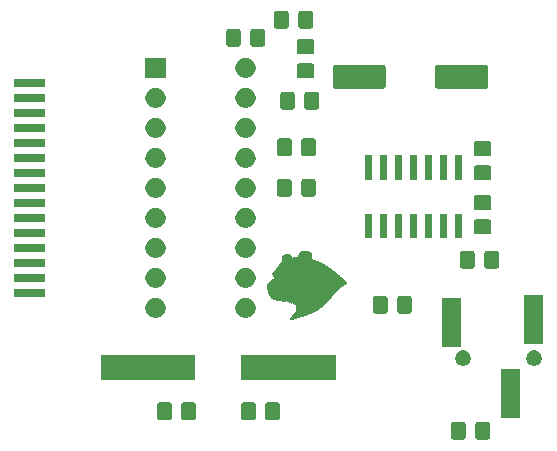
<source format=gbr>
G04 #@! TF.GenerationSoftware,KiCad,Pcbnew,(5.1.5)-3*
G04 #@! TF.CreationDate,2020-01-25T15:55:35+03:00*
G04 #@! TF.ProjectId,CASIO PB-1000 YM2413 Soundcard,43415349-4f20-4504-922d-313030302059,rev?*
G04 #@! TF.SameCoordinates,Original*
G04 #@! TF.FileFunction,Soldermask,Top*
G04 #@! TF.FilePolarity,Negative*
%FSLAX46Y46*%
G04 Gerber Fmt 4.6, Leading zero omitted, Abs format (unit mm)*
G04 Created by KiCad (PCBNEW (5.1.5)-3) date 2020-01-25 15:55:35*
%MOMM*%
%LPD*%
G04 APERTURE LIST*
%ADD10C,0.010000*%
%ADD11C,0.100000*%
G04 APERTURE END LIST*
D10*
G36*
X137646149Y-112013349D02*
G01*
X137686028Y-112013641D01*
X137715919Y-112014221D01*
X137737181Y-112015166D01*
X137751169Y-112016553D01*
X137759242Y-112018459D01*
X137762756Y-112020961D01*
X137763242Y-112022797D01*
X137768763Y-112030459D01*
X137779121Y-112032324D01*
X137791058Y-112034498D01*
X137795000Y-112038675D01*
X137800435Y-112043450D01*
X137810879Y-112045027D01*
X137823650Y-112048340D01*
X137826758Y-112054554D01*
X137829685Y-112060087D01*
X137840060Y-112063057D01*
X137860276Y-112064063D01*
X137864867Y-112064082D01*
X137885167Y-112065046D01*
X137898929Y-112067565D01*
X137902977Y-112070433D01*
X137908121Y-112076068D01*
X137912504Y-112076785D01*
X137920953Y-112080454D01*
X137922032Y-112083590D01*
X137927451Y-112095545D01*
X137940250Y-112105212D01*
X137953336Y-112108543D01*
X137963898Y-112111302D01*
X137966493Y-112115348D01*
X137971939Y-112127355D01*
X137984868Y-112136984D01*
X137998251Y-112140301D01*
X138011784Y-112143913D01*
X138024182Y-112152257D01*
X138029989Y-112161593D01*
X138030009Y-112162078D01*
X138034504Y-112169821D01*
X138044749Y-112180137D01*
X138055885Y-112188615D01*
X138061990Y-112191114D01*
X138074663Y-112195254D01*
X138088372Y-112204993D01*
X138098156Y-112216307D01*
X138100078Y-112222014D01*
X138103705Y-112234630D01*
X138111716Y-112247218D01*
X138120436Y-112254338D01*
X138122107Y-112254629D01*
X138130489Y-112259789D01*
X138138974Y-112271641D01*
X138143895Y-112284749D01*
X138144135Y-112287296D01*
X138149374Y-112298447D01*
X138153865Y-112301387D01*
X138161115Y-112309847D01*
X138163392Y-112321122D01*
X138165542Y-112333153D01*
X138169744Y-112337200D01*
X138171719Y-112343482D01*
X138173345Y-112362056D01*
X138174606Y-112392518D01*
X138175492Y-112434460D01*
X138175987Y-112487477D01*
X138176095Y-112532688D01*
X138176127Y-112587721D01*
X138176280Y-112631448D01*
X138176640Y-112665267D01*
X138177294Y-112690575D01*
X138178328Y-112708769D01*
X138179830Y-112721247D01*
X138181885Y-112729405D01*
X138184580Y-112734642D01*
X138188001Y-112738354D01*
X138188871Y-112739114D01*
X138204749Y-112747266D01*
X138220629Y-112750053D01*
X138235703Y-112752903D01*
X138239611Y-112759581D01*
X138245132Y-112767243D01*
X138255490Y-112769108D01*
X138267427Y-112771282D01*
X138271369Y-112775460D01*
X138277081Y-112779083D01*
X138291687Y-112781383D01*
X138303127Y-112781811D01*
X138321243Y-112782954D01*
X138332742Y-112785875D01*
X138334885Y-112788163D01*
X138340565Y-112791934D01*
X138354954Y-112794210D01*
X138363770Y-112794514D01*
X138385292Y-112796446D01*
X138400132Y-112803605D01*
X138407372Y-112810393D01*
X138420655Y-112821103D01*
X138437415Y-112825661D01*
X138451530Y-112826272D01*
X138470679Y-112827450D01*
X138479588Y-112831476D01*
X138480971Y-112835800D01*
X138485792Y-112842846D01*
X138501177Y-112845310D01*
X138503202Y-112845327D01*
X138517896Y-112846922D01*
X138525240Y-112850845D01*
X138525432Y-112851679D01*
X138530577Y-112857314D01*
X138534960Y-112858030D01*
X138543381Y-112863115D01*
X138544487Y-112867558D01*
X138547414Y-112873090D01*
X138557789Y-112876060D01*
X138578005Y-112877066D01*
X138582597Y-112877085D01*
X138602896Y-112878049D01*
X138616658Y-112880568D01*
X138620706Y-112883437D01*
X138626120Y-112888287D01*
X138635906Y-112889788D01*
X138649078Y-112893336D01*
X138654761Y-112899316D01*
X138663377Y-112907161D01*
X138671320Y-112908843D01*
X138681749Y-112911466D01*
X138684222Y-112915195D01*
X138689857Y-112919172D01*
X138703933Y-112921384D01*
X138709629Y-112921546D01*
X138727294Y-112923119D01*
X138734574Y-112928335D01*
X138735035Y-112931074D01*
X138740567Y-112938730D01*
X138751113Y-112940601D01*
X138764640Y-112943965D01*
X138770848Y-112950128D01*
X138779933Y-112957323D01*
X138796055Y-112959656D01*
X138810476Y-112961298D01*
X138817479Y-112965319D01*
X138817606Y-112966007D01*
X138823041Y-112970782D01*
X138833484Y-112972359D01*
X138845416Y-112974819D01*
X138849363Y-112979553D01*
X138854968Y-112991735D01*
X138868890Y-113002352D01*
X138886787Y-113008753D01*
X138898249Y-113009419D01*
X138914955Y-113010402D01*
X138926547Y-113015249D01*
X138926707Y-113015404D01*
X138939507Y-113022161D01*
X138946361Y-113023172D01*
X138960555Y-113027603D01*
X138972322Y-113037917D01*
X138976395Y-113048124D01*
X138982006Y-113052493D01*
X138995923Y-113054815D01*
X139000294Y-113054930D01*
X139020153Y-113057766D01*
X139033811Y-113067912D01*
X139036117Y-113070809D01*
X139051241Y-113083500D01*
X139069383Y-113086687D01*
X139083719Y-113088344D01*
X139090615Y-113092398D01*
X139090724Y-113093039D01*
X139096159Y-113097814D01*
X139106603Y-113099391D01*
X139118537Y-113101719D01*
X139122482Y-113106196D01*
X139127857Y-113118068D01*
X139140454Y-113127792D01*
X139153106Y-113131149D01*
X139165137Y-113135419D01*
X139169240Y-113140676D01*
X139177856Y-113148522D01*
X139185798Y-113150203D01*
X139196227Y-113152826D01*
X139198701Y-113156555D01*
X139203845Y-113162190D01*
X139208228Y-113162907D01*
X139216649Y-113167991D01*
X139217756Y-113172434D01*
X139223277Y-113180097D01*
X139233635Y-113181961D01*
X139245571Y-113184136D01*
X139249514Y-113188313D01*
X139254949Y-113193088D01*
X139265392Y-113194664D01*
X139278164Y-113197977D01*
X139281271Y-113204192D01*
X139286793Y-113211854D01*
X139297150Y-113213719D01*
X139309087Y-113215893D01*
X139313029Y-113220071D01*
X139318465Y-113224845D01*
X139328908Y-113226422D01*
X139340844Y-113228669D01*
X139344787Y-113232988D01*
X139349364Y-113242100D01*
X139360471Y-113254707D01*
X139374176Y-113267101D01*
X139386547Y-113275575D01*
X139391716Y-113277235D01*
X139401628Y-113281265D01*
X139415057Y-113291159D01*
X139417230Y-113293114D01*
X139430711Y-113303654D01*
X139441517Y-113308872D01*
X139442674Y-113308993D01*
X139452050Y-113313660D01*
X139462910Y-113324872D01*
X139474805Y-113336173D01*
X139486229Y-113340751D01*
X139497788Y-113345398D01*
X139501280Y-113350278D01*
X139509277Y-113358720D01*
X139513784Y-113359806D01*
X139521791Y-113363463D01*
X139522632Y-113366157D01*
X139528067Y-113370932D01*
X139538511Y-113372509D01*
X139551282Y-113375822D01*
X139554390Y-113382036D01*
X139559911Y-113389699D01*
X139570269Y-113391564D01*
X139582205Y-113393738D01*
X139586148Y-113397915D01*
X139591040Y-113404010D01*
X139592953Y-113404267D01*
X139603728Y-113409078D01*
X139613961Y-113419638D01*
X139617906Y-113429220D01*
X139623338Y-113434334D01*
X139633785Y-113436025D01*
X139645719Y-113438353D01*
X139649664Y-113442830D01*
X139654868Y-113454376D01*
X139666756Y-113464294D01*
X139678107Y-113467783D01*
X139688407Y-113471966D01*
X139703080Y-113482610D01*
X139711293Y-113490013D01*
X139726384Y-113502933D01*
X139739192Y-113510952D01*
X139743719Y-113512244D01*
X139753150Y-113516576D01*
X139767205Y-113527711D01*
X139777424Y-113537650D01*
X139792116Y-113551745D01*
X139804195Y-113560971D01*
X139809182Y-113563057D01*
X139817481Y-113567354D01*
X139830753Y-113578409D01*
X139840940Y-113588463D01*
X139856266Y-113602641D01*
X139869763Y-113611863D01*
X139875840Y-113613869D01*
X139884761Y-113618308D01*
X139899397Y-113630161D01*
X139917153Y-113647234D01*
X139924661Y-113655155D01*
X139942598Y-113673662D01*
X139958020Y-113687878D01*
X139968497Y-113695632D01*
X139970832Y-113696440D01*
X139979666Y-113700751D01*
X139992883Y-113711686D01*
X139999882Y-113718670D01*
X140014937Y-113731933D01*
X140028912Y-113739918D01*
X140033744Y-113740963D01*
X140045088Y-113745540D01*
X140059968Y-113757176D01*
X140068868Y-113766307D01*
X140083483Y-113780685D01*
X140096610Y-113789873D01*
X140102214Y-113791651D01*
X140111642Y-113794702D01*
X140113329Y-113798065D01*
X140118474Y-113803700D01*
X140122857Y-113804417D01*
X140131306Y-113808086D01*
X140132384Y-113811222D01*
X140137195Y-113821997D01*
X140147755Y-113832230D01*
X140157337Y-113836175D01*
X140163863Y-113841055D01*
X140164142Y-113842980D01*
X140168953Y-113853755D01*
X140179513Y-113863988D01*
X140189095Y-113867933D01*
X140195625Y-113872499D01*
X140195900Y-113874284D01*
X140201027Y-113879960D01*
X140205182Y-113880636D01*
X140214512Y-113884885D01*
X140228718Y-113895828D01*
X140239618Y-113906042D01*
X140254572Y-113920001D01*
X140266632Y-113929229D01*
X140271621Y-113931449D01*
X140275403Y-113932022D01*
X140280322Y-113934610D01*
X140287874Y-113940514D01*
X140299555Y-113951034D01*
X140316860Y-113967470D01*
X140341284Y-113991125D01*
X140350126Y-113999728D01*
X140370814Y-114018940D01*
X140389084Y-114034223D01*
X140402543Y-114043665D01*
X140407817Y-114045777D01*
X140416329Y-114051128D01*
X140418206Y-114061656D01*
X140421029Y-114073953D01*
X140431438Y-114077710D01*
X140432497Y-114077737D01*
X140448097Y-114081342D01*
X140461868Y-114089634D01*
X140468859Y-114099466D01*
X140469018Y-114100981D01*
X140474032Y-114108150D01*
X140484897Y-114115645D01*
X140496501Y-114124553D01*
X140500776Y-114132597D01*
X140504579Y-114140336D01*
X140507128Y-114141051D01*
X140513223Y-114145944D01*
X140513479Y-114147856D01*
X140518291Y-114158631D01*
X140528850Y-114168864D01*
X140538432Y-114172809D01*
X140544958Y-114177689D01*
X140545237Y-114179614D01*
X140550684Y-114191621D01*
X140563613Y-114201250D01*
X140576995Y-114204567D01*
X140590796Y-114208272D01*
X140603185Y-114216862D01*
X140608748Y-114226546D01*
X140608753Y-114226798D01*
X140613427Y-114235319D01*
X140623557Y-114244457D01*
X140633307Y-114249014D01*
X140633706Y-114249028D01*
X140640232Y-114253908D01*
X140640511Y-114255833D01*
X140645322Y-114266608D01*
X140655882Y-114276841D01*
X140665464Y-114280786D01*
X140671499Y-114285923D01*
X140672269Y-114290313D01*
X140677561Y-114298073D01*
X140684940Y-114299841D01*
X140695591Y-114304089D01*
X140711528Y-114315250D01*
X140729373Y-114330944D01*
X140730045Y-114331599D01*
X140746774Y-114347248D01*
X140760320Y-114358590D01*
X140767931Y-114363331D01*
X140768186Y-114363357D01*
X140773254Y-114368511D01*
X140773895Y-114372884D01*
X140776753Y-114381344D01*
X140779173Y-114382411D01*
X140785678Y-114387403D01*
X140792949Y-114398290D01*
X140801858Y-114409894D01*
X140809902Y-114414169D01*
X140817637Y-114418237D01*
X140818356Y-114420975D01*
X140823167Y-114431749D01*
X140833727Y-114441983D01*
X140843308Y-114445927D01*
X140849835Y-114450807D01*
X140850114Y-114452733D01*
X140854925Y-114463507D01*
X140865485Y-114473741D01*
X140875066Y-114477685D01*
X140881592Y-114482565D01*
X140881872Y-114484490D01*
X140886683Y-114495265D01*
X140897243Y-114505499D01*
X140906824Y-114509443D01*
X140913354Y-114514010D01*
X140913630Y-114515795D01*
X140918522Y-114521889D01*
X140920435Y-114522146D01*
X140931210Y-114526957D01*
X140941443Y-114537517D01*
X140945387Y-114547099D01*
X140950440Y-114553326D01*
X140953842Y-114553904D01*
X140962732Y-114558972D01*
X140970794Y-114569783D01*
X140979335Y-114581364D01*
X140986673Y-114585662D01*
X140994754Y-114590705D01*
X141002552Y-114601541D01*
X141011460Y-114613145D01*
X141019504Y-114617420D01*
X141027251Y-114620653D01*
X141027958Y-114622801D01*
X141032067Y-114629542D01*
X141043036Y-114642927D01*
X141058833Y-114660531D01*
X141066068Y-114668233D01*
X141083229Y-114686848D01*
X141096378Y-114702216D01*
X141103483Y-114711914D01*
X141104177Y-114713664D01*
X141109336Y-114718443D01*
X141113705Y-114719046D01*
X141122125Y-114724130D01*
X141123232Y-114728573D01*
X141126662Y-114737025D01*
X141129584Y-114738100D01*
X141135219Y-114743245D01*
X141135935Y-114747628D01*
X141132219Y-114753888D01*
X141119566Y-114756754D01*
X141107154Y-114757155D01*
X141085777Y-114759116D01*
X141075452Y-114765206D01*
X141074716Y-114766682D01*
X141066344Y-114775130D01*
X141061541Y-114776210D01*
X141050841Y-114780068D01*
X141036224Y-114789637D01*
X141032525Y-114792616D01*
X141011901Y-114804980D01*
X140997761Y-114806105D01*
X140984031Y-114806995D01*
X140979141Y-114811929D01*
X140970760Y-114819253D01*
X140963563Y-114820671D01*
X140951642Y-114825025D01*
X140947684Y-114830198D01*
X140939046Y-114838134D01*
X140931551Y-114839726D01*
X140916804Y-114844054D01*
X140909488Y-114849311D01*
X140899790Y-114855745D01*
X140894902Y-114855807D01*
X140888249Y-114858293D01*
X140878047Y-114868337D01*
X140875410Y-114871628D01*
X140860150Y-114885807D01*
X140845988Y-114890538D01*
X140834514Y-114892838D01*
X140831059Y-114896890D01*
X140825711Y-114901962D01*
X140817682Y-114903242D01*
X140804449Y-114907977D01*
X140791815Y-114919121D01*
X140780293Y-114930297D01*
X140770023Y-114934999D01*
X140769955Y-114935000D01*
X140759497Y-114939349D01*
X140746777Y-114949917D01*
X140745869Y-114950879D01*
X140731849Y-114961891D01*
X140718118Y-114966746D01*
X140717590Y-114966757D01*
X140706826Y-114970083D01*
X140704027Y-114975212D01*
X140698959Y-114984102D01*
X140688148Y-114992164D01*
X140676544Y-115001072D01*
X140672269Y-115009116D01*
X140666958Y-115015921D01*
X140659266Y-115017570D01*
X140648126Y-115021836D01*
X140632156Y-115032939D01*
X140617271Y-115046152D01*
X140601449Y-115060942D01*
X140588836Y-115071269D01*
X140582637Y-115074734D01*
X140577629Y-115079889D01*
X140576995Y-115084262D01*
X140571474Y-115091925D01*
X140561116Y-115093789D01*
X140549182Y-115096118D01*
X140545237Y-115100595D01*
X140541074Y-115110159D01*
X140532049Y-115120417D01*
X140523363Y-115125531D01*
X140523007Y-115125547D01*
X140514486Y-115130221D01*
X140505347Y-115140351D01*
X140500791Y-115150101D01*
X140500776Y-115150500D01*
X140495724Y-115156727D01*
X140492322Y-115157305D01*
X140483432Y-115162373D01*
X140475370Y-115173184D01*
X140462828Y-115186301D01*
X140452066Y-115189063D01*
X140440653Y-115191380D01*
X140437260Y-115195415D01*
X140433525Y-115203777D01*
X140425010Y-115213869D01*
X140415752Y-115221628D01*
X140409826Y-115223028D01*
X140404991Y-115225782D01*
X140397003Y-115236520D01*
X140395225Y-115239436D01*
X140385750Y-115252413D01*
X140377542Y-115258794D01*
X140376624Y-115258931D01*
X140368765Y-115263966D01*
X140361041Y-115274810D01*
X140352500Y-115286390D01*
X140345162Y-115290688D01*
X140337081Y-115295731D01*
X140329283Y-115306567D01*
X140320375Y-115318171D01*
X140312331Y-115322446D01*
X140304596Y-115326514D01*
X140303877Y-115329252D01*
X140299066Y-115340027D01*
X140288506Y-115350260D01*
X140278924Y-115354204D01*
X140272394Y-115358771D01*
X140272119Y-115360556D01*
X140267227Y-115366651D01*
X140265314Y-115366908D01*
X140254539Y-115371719D01*
X140244306Y-115382278D01*
X140240361Y-115391860D01*
X140235309Y-115398087D01*
X140231907Y-115398665D01*
X140223017Y-115403733D01*
X140214955Y-115414544D01*
X140207123Y-115426077D01*
X140201178Y-115430423D01*
X140196107Y-115435343D01*
X140195900Y-115437229D01*
X140191089Y-115448004D01*
X140180529Y-115458237D01*
X140170947Y-115462181D01*
X140164721Y-115467234D01*
X140164142Y-115470635D01*
X140159074Y-115479526D01*
X140148263Y-115487588D01*
X140136683Y-115496129D01*
X140132384Y-115503467D01*
X140127342Y-115511548D01*
X140116505Y-115519346D01*
X140104931Y-115527786D01*
X140100626Y-115534928D01*
X140095648Y-115542585D01*
X140083435Y-115552119D01*
X140081132Y-115553529D01*
X140069145Y-115561811D01*
X140064481Y-115567531D01*
X140064724Y-115568131D01*
X140063155Y-115574076D01*
X140055470Y-115583427D01*
X140045728Y-115591987D01*
X140038184Y-115595565D01*
X140031679Y-115600557D01*
X140024407Y-115611444D01*
X140016292Y-115622996D01*
X140009788Y-115627323D01*
X140001257Y-115631951D01*
X139990580Y-115642570D01*
X139982153Y-115654282D01*
X139979946Y-115660582D01*
X139975734Y-115668123D01*
X139965024Y-115680653D01*
X139957716Y-115688080D01*
X139944546Y-115703377D01*
X139936574Y-115717474D01*
X139935485Y-115722484D01*
X139932846Y-115732866D01*
X139929133Y-115735300D01*
X139923039Y-115740192D01*
X139922782Y-115742105D01*
X139917971Y-115752880D01*
X139907411Y-115763113D01*
X139897829Y-115767058D01*
X139891303Y-115771937D01*
X139891024Y-115773863D01*
X139886213Y-115784638D01*
X139875653Y-115794871D01*
X139866071Y-115798816D01*
X139860957Y-115804248D01*
X139859266Y-115814694D01*
X139856938Y-115826629D01*
X139852461Y-115830573D01*
X139842705Y-115834654D01*
X139836582Y-115839647D01*
X139829015Y-115850274D01*
X139827508Y-115855526D01*
X139822455Y-115861753D01*
X139819054Y-115862331D01*
X139810164Y-115867399D01*
X139802102Y-115878210D01*
X139793661Y-115889784D01*
X139786519Y-115894089D01*
X139778831Y-115899064D01*
X139769341Y-115911243D01*
X139768112Y-115913256D01*
X139759154Y-115924992D01*
X139751756Y-115929078D01*
X139750864Y-115928760D01*
X139745296Y-115928994D01*
X139744937Y-115930680D01*
X139740690Y-115939582D01*
X139730405Y-115952468D01*
X139717764Y-115965440D01*
X139706452Y-115974598D01*
X139701498Y-115976660D01*
X139695817Y-115982053D01*
X139694125Y-115991466D01*
X139688202Y-116006865D01*
X139678246Y-116014769D01*
X139666642Y-116023678D01*
X139662367Y-116031722D01*
X139658564Y-116039461D01*
X139656015Y-116040176D01*
X139649920Y-116045068D01*
X139649664Y-116046981D01*
X139645583Y-116056737D01*
X139640590Y-116062860D01*
X139629963Y-116070427D01*
X139624711Y-116071934D01*
X139618185Y-116076814D01*
X139617906Y-116078739D01*
X139613094Y-116089514D01*
X139602535Y-116099747D01*
X139592953Y-116103692D01*
X139587838Y-116109124D01*
X139586148Y-116119571D01*
X139583819Y-116131505D01*
X139579342Y-116135450D01*
X139568568Y-116140261D01*
X139558334Y-116150821D01*
X139554390Y-116160402D01*
X139549510Y-116166928D01*
X139547584Y-116167208D01*
X139536810Y-116172019D01*
X139526576Y-116182579D01*
X139522632Y-116192160D01*
X139517495Y-116198195D01*
X139513104Y-116198966D01*
X139504648Y-116202140D01*
X139503577Y-116204836D01*
X139499356Y-116211038D01*
X139487964Y-116224143D01*
X139471311Y-116242193D01*
X139451306Y-116263231D01*
X139429857Y-116285298D01*
X139408873Y-116306435D01*
X139390264Y-116324685D01*
X139375938Y-116338089D01*
X139367804Y-116344690D01*
X139366892Y-116345052D01*
X139358471Y-116349720D01*
X139349385Y-116359834D01*
X139344806Y-116369553D01*
X139344787Y-116370005D01*
X139339908Y-116376531D01*
X139337982Y-116376810D01*
X139327207Y-116381621D01*
X139316974Y-116392181D01*
X139313029Y-116401763D01*
X139308150Y-116408289D01*
X139306224Y-116408568D01*
X139295449Y-116413379D01*
X139285216Y-116423939D01*
X139281271Y-116433521D01*
X139276392Y-116440047D01*
X139274466Y-116440326D01*
X139263691Y-116445137D01*
X139253458Y-116455697D01*
X139249514Y-116465279D01*
X139244634Y-116471805D01*
X139242708Y-116472084D01*
X139231933Y-116476895D01*
X139221700Y-116487455D01*
X139217756Y-116497036D01*
X139212876Y-116503563D01*
X139210950Y-116503842D01*
X139201386Y-116508006D01*
X139191128Y-116517030D01*
X139186014Y-116525717D01*
X139185998Y-116526072D01*
X139180556Y-116535993D01*
X139167607Y-116544488D01*
X139152209Y-116548294D01*
X139151518Y-116548303D01*
X139139361Y-116550139D01*
X139135185Y-116553801D01*
X139130777Y-116561819D01*
X139119188Y-116575715D01*
X139102868Y-116593088D01*
X139084271Y-116611533D01*
X139065846Y-116628649D01*
X139050045Y-116642033D01*
X139039321Y-116649282D01*
X139037104Y-116649928D01*
X139023610Y-116654453D01*
X139012156Y-116664848D01*
X139008153Y-116674881D01*
X139003273Y-116681407D01*
X139001348Y-116681686D01*
X138990573Y-116686497D01*
X138980340Y-116697057D01*
X138976395Y-116706639D01*
X138971515Y-116713165D01*
X138969590Y-116713444D01*
X138958815Y-116718255D01*
X138948582Y-116728815D01*
X138944637Y-116738397D01*
X138939205Y-116743511D01*
X138928758Y-116745202D01*
X138916824Y-116747530D01*
X138912879Y-116752007D01*
X138908758Y-116761484D01*
X138899831Y-116771740D01*
X138891259Y-116776937D01*
X138890837Y-116776960D01*
X138883868Y-116780846D01*
X138873307Y-116789663D01*
X138859950Y-116798984D01*
X138849273Y-116802366D01*
X138838049Y-116806720D01*
X138824869Y-116817294D01*
X138823957Y-116818245D01*
X138811935Y-116829041D01*
X138802623Y-116834076D01*
X138802031Y-116834124D01*
X138793062Y-116838703D01*
X138782269Y-116849070D01*
X138774447Y-116860168D01*
X138773144Y-116864585D01*
X138768218Y-116870781D01*
X138756153Y-116879503D01*
X138754090Y-116880751D01*
X138741312Y-116889856D01*
X138735139Y-116897312D01*
X138735035Y-116897999D01*
X138729677Y-116902763D01*
X138721472Y-116903992D01*
X138707928Y-116908457D01*
X138693765Y-116919265D01*
X138693193Y-116919871D01*
X138680487Y-116930766D01*
X138669557Y-116935721D01*
X138668962Y-116935750D01*
X138658101Y-116940723D01*
X138653566Y-116946258D01*
X138644497Y-116953389D01*
X138638306Y-116953168D01*
X138628042Y-116954973D01*
X138616684Y-116963786D01*
X138608996Y-116975340D01*
X138608003Y-116980283D01*
X138602857Y-116985854D01*
X138598476Y-116986562D01*
X138590023Y-116989992D01*
X138588948Y-116992914D01*
X138583670Y-116998198D01*
X138577135Y-116999266D01*
X138565143Y-117004028D01*
X138553397Y-117015145D01*
X138540716Y-117026505D01*
X138527780Y-117031024D01*
X138515232Y-117034938D01*
X138510432Y-117040551D01*
X138501765Y-117048607D01*
X138494858Y-117050078D01*
X138481774Y-117054545D01*
X138471401Y-117062829D01*
X138457068Y-117074935D01*
X138438623Y-117086070D01*
X138421363Y-117093295D01*
X138414194Y-117094539D01*
X138405298Y-117099189D01*
X138394641Y-117110373D01*
X138394607Y-117110418D01*
X138381492Y-117122198D01*
X138363208Y-117126210D01*
X138358784Y-117126297D01*
X138343442Y-117127895D01*
X138335288Y-117131858D01*
X138334885Y-117133103D01*
X138329489Y-117145013D01*
X138316801Y-117154711D01*
X138303955Y-117158055D01*
X138291608Y-117160873D01*
X138287248Y-117164407D01*
X138278802Y-117168702D01*
X138263410Y-117170734D01*
X138261467Y-117170758D01*
X138245174Y-117172898D01*
X138239630Y-117179689D01*
X138239611Y-117180286D01*
X138234527Y-117188707D01*
X138230084Y-117189813D01*
X138221631Y-117193243D01*
X138220556Y-117196165D01*
X138215135Y-117200990D01*
X138205131Y-117202516D01*
X138189019Y-117206319D01*
X138180178Y-117212044D01*
X138167503Y-117219966D01*
X138159996Y-117221571D01*
X138148806Y-117226233D01*
X138136857Y-117237442D01*
X138136851Y-117237450D01*
X138123870Y-117248919D01*
X138106182Y-117253129D01*
X138099112Y-117253329D01*
X138077812Y-117256246D01*
X138061477Y-117266896D01*
X138057658Y-117270796D01*
X138044186Y-117281829D01*
X138031891Y-117286496D01*
X138030161Y-117286408D01*
X138018814Y-117289454D01*
X138015111Y-117294348D01*
X138007095Y-117301230D01*
X137988929Y-117304024D01*
X137982372Y-117304142D01*
X137960954Y-117306069D01*
X137950549Y-117312069D01*
X137949735Y-117313669D01*
X137941073Y-117321702D01*
X137934055Y-117323197D01*
X137924109Y-117325990D01*
X137922032Y-117329548D01*
X137916618Y-117334399D01*
X137906832Y-117335900D01*
X137893660Y-117339447D01*
X137887977Y-117345427D01*
X137878787Y-117352633D01*
X137861891Y-117354955D01*
X137847118Y-117356537D01*
X137839675Y-117360431D01*
X137839461Y-117361306D01*
X137834025Y-117366081D01*
X137823582Y-117367658D01*
X137811645Y-117369832D01*
X137807703Y-117374009D01*
X137801991Y-117377633D01*
X137787385Y-117379932D01*
X137775945Y-117380361D01*
X137755974Y-117381381D01*
X137746219Y-117384912D01*
X137744187Y-117389888D01*
X137738666Y-117397551D01*
X137728308Y-117399416D01*
X137716372Y-117401590D01*
X137712429Y-117405767D01*
X137707015Y-117410618D01*
X137697230Y-117412119D01*
X137684058Y-117415667D01*
X137678374Y-117421646D01*
X137672095Y-117427440D01*
X137657413Y-117430440D01*
X137636410Y-117431174D01*
X137616029Y-117432133D01*
X137602203Y-117434643D01*
X137598101Y-117437525D01*
X137592772Y-117442659D01*
X137585198Y-117443877D01*
X137572985Y-117448016D01*
X137568640Y-117453404D01*
X137559554Y-117460599D01*
X137543433Y-117462932D01*
X137529011Y-117464573D01*
X137522008Y-117468595D01*
X137521882Y-117469283D01*
X137516175Y-117472932D01*
X137501607Y-117475229D01*
X137490653Y-117475635D01*
X137472199Y-117476518D01*
X137459922Y-117478770D01*
X137457307Y-117480398D01*
X137447791Y-117489359D01*
X137429763Y-117497820D01*
X137407375Y-117504302D01*
X137384780Y-117507328D01*
X137381433Y-117507393D01*
X137359476Y-117508970D01*
X137348180Y-117514007D01*
X137346334Y-117516920D01*
X137337882Y-117524143D01*
X137326437Y-117526447D01*
X137311650Y-117528692D01*
X137293648Y-117534292D01*
X137276584Y-117541546D01*
X137264609Y-117548750D01*
X137261466Y-117553076D01*
X137255696Y-117555781D01*
X137240697Y-117557640D01*
X137223357Y-117558205D01*
X137203058Y-117559170D01*
X137189295Y-117561689D01*
X137185247Y-117564557D01*
X137179812Y-117569332D01*
X137169368Y-117570909D01*
X137156597Y-117574221D01*
X137153489Y-117580436D01*
X137149177Y-117587144D01*
X137134979Y-117589832D01*
X137128763Y-117589963D01*
X137109042Y-117592528D01*
X137100380Y-117599491D01*
X137093478Y-117605598D01*
X137077430Y-117608549D01*
X137061966Y-117609018D01*
X137042016Y-117610093D01*
X137027686Y-117612857D01*
X137023282Y-117615370D01*
X137014337Y-117620676D01*
X137006829Y-117621721D01*
X136994776Y-117625976D01*
X136990645Y-117631249D01*
X136983686Y-117637384D01*
X136967513Y-117640329D01*
X136952511Y-117640776D01*
X136925659Y-117643072D01*
X136905376Y-117649302D01*
X136902427Y-117651002D01*
X136888280Y-117657347D01*
X136877861Y-117657789D01*
X136868106Y-117660134D01*
X136856069Y-117671155D01*
X136854631Y-117672970D01*
X136846049Y-117682895D01*
X136836917Y-117688483D01*
X136823406Y-117690967D01*
X136801687Y-117691581D01*
X136796851Y-117691589D01*
X136774408Y-117692445D01*
X136758942Y-117694731D01*
X136753339Y-117697940D01*
X136747916Y-117702756D01*
X136737835Y-117704292D01*
X136724387Y-117706634D01*
X136718406Y-117710643D01*
X136709399Y-117716081D01*
X136702831Y-117716995D01*
X136691161Y-117721548D01*
X136687527Y-117726522D01*
X136681248Y-117732316D01*
X136666565Y-117735316D01*
X136645562Y-117736050D01*
X136625181Y-117737010D01*
X136611355Y-117739519D01*
X136607253Y-117742401D01*
X136601839Y-117747252D01*
X136592054Y-117748753D01*
X136578881Y-117752301D01*
X136573198Y-117758280D01*
X136564655Y-117765108D01*
X136545242Y-117767752D01*
X136540761Y-117767808D01*
X136523646Y-117769061D01*
X136513338Y-117772234D01*
X136511979Y-117774159D01*
X136506396Y-117778358D01*
X136492666Y-117780456D01*
X136489749Y-117780511D01*
X136473306Y-117782577D01*
X136467558Y-117789171D01*
X136467518Y-117790038D01*
X136462434Y-117798459D01*
X136457991Y-117799566D01*
X136449538Y-117802995D01*
X136448463Y-117805917D01*
X136442845Y-117809968D01*
X136428882Y-117812148D01*
X136424164Y-117812269D01*
X136402006Y-117808666D01*
X136384758Y-117796187D01*
X136384507Y-117795921D01*
X136374853Y-117784676D01*
X136373627Y-117778448D01*
X136380109Y-117773439D01*
X136380224Y-117773375D01*
X136389492Y-117763104D01*
X136391299Y-117755987D01*
X136395420Y-117743332D01*
X136404002Y-117731161D01*
X136413388Y-117714689D01*
X136416705Y-117698007D01*
X136419663Y-117682221D01*
X136426233Y-117674831D01*
X136434517Y-117666111D01*
X136435760Y-117660258D01*
X136440128Y-117648655D01*
X136450732Y-117635295D01*
X136451639Y-117634424D01*
X136462568Y-117620954D01*
X136467495Y-117608553D01*
X136467518Y-117607911D01*
X136470606Y-117598210D01*
X136474323Y-117596315D01*
X136486195Y-117590939D01*
X136495920Y-117578343D01*
X136499276Y-117565690D01*
X136503547Y-117553659D01*
X136508803Y-117549557D01*
X136516576Y-117540960D01*
X136518331Y-117532640D01*
X136522888Y-117521177D01*
X136535070Y-117504778D01*
X136550089Y-117488930D01*
X136565983Y-117472769D01*
X136577374Y-117459427D01*
X136581844Y-117451741D01*
X136581847Y-117451658D01*
X136586023Y-117444281D01*
X136597161Y-117430500D01*
X136613173Y-117412830D01*
X136619956Y-117405767D01*
X136637228Y-117387419D01*
X136650417Y-117372187D01*
X136657443Y-117362521D01*
X136658066Y-117360827D01*
X136663136Y-117355448D01*
X136666520Y-117354955D01*
X136675410Y-117349887D01*
X136683472Y-117339076D01*
X136692380Y-117327472D01*
X136700424Y-117323197D01*
X136708164Y-117319394D01*
X136708878Y-117316845D01*
X136714314Y-117312070D01*
X136724757Y-117310493D01*
X136737528Y-117307181D01*
X136740636Y-117300966D01*
X136744306Y-117292517D01*
X136747442Y-117291439D01*
X136758216Y-117286628D01*
X136768450Y-117276068D01*
X136772394Y-117266486D01*
X136777447Y-117260259D01*
X136780848Y-117259681D01*
X136789739Y-117254613D01*
X136797801Y-117243802D01*
X136807955Y-117232123D01*
X136818343Y-117227923D01*
X136828423Y-117223637D01*
X136844015Y-117212313D01*
X136862020Y-117196249D01*
X136864906Y-117193403D01*
X136899426Y-117158884D01*
X136899426Y-116898429D01*
X136899271Y-116827757D01*
X136898813Y-116767355D01*
X136898062Y-116717657D01*
X136897030Y-116679096D01*
X136895725Y-116652105D01*
X136894159Y-116637117D01*
X136893074Y-116634049D01*
X136888158Y-116625294D01*
X136886723Y-116614620D01*
X136888945Y-116602864D01*
X136893074Y-116599116D01*
X136897301Y-116593539D01*
X136899381Y-116579855D01*
X136899426Y-116577260D01*
X136897743Y-116561439D01*
X136893635Y-116551910D01*
X136893074Y-116551479D01*
X136887768Y-116542534D01*
X136886723Y-116535026D01*
X136882468Y-116522973D01*
X136877195Y-116518842D01*
X136869079Y-116510160D01*
X136867668Y-116503537D01*
X136864589Y-116491662D01*
X136861316Y-116487963D01*
X136855655Y-116478853D01*
X136854965Y-116473801D01*
X136850180Y-116463133D01*
X136837784Y-116448033D01*
X136820716Y-116431144D01*
X136801915Y-116415112D01*
X136784318Y-116402580D01*
X136770865Y-116396193D01*
X136768356Y-116395865D01*
X136759629Y-116396942D01*
X136755153Y-116402271D01*
X136753529Y-116414997D01*
X136753339Y-116429585D01*
X136755233Y-116453439D01*
X136760245Y-116471464D01*
X136762665Y-116475634D01*
X136770111Y-116490418D01*
X136771897Y-116504814D01*
X136768002Y-116514617D01*
X136762867Y-116516545D01*
X136755204Y-116522066D01*
X136753339Y-116532424D01*
X136751531Y-116544366D01*
X136748061Y-116548303D01*
X136741556Y-116543311D01*
X136734285Y-116532424D01*
X136726301Y-116520881D01*
X136720055Y-116516545D01*
X136709037Y-116511187D01*
X136699735Y-116498652D01*
X136696175Y-116485241D01*
X136692309Y-116474540D01*
X136686648Y-116472084D01*
X136678199Y-116468414D01*
X136677120Y-116465279D01*
X136672309Y-116454504D01*
X136661749Y-116444270D01*
X136652168Y-116440326D01*
X136645642Y-116435446D01*
X136645362Y-116433521D01*
X136640551Y-116422746D01*
X136629992Y-116412513D01*
X136620410Y-116408568D01*
X136613884Y-116403688D01*
X136613605Y-116401763D01*
X136608793Y-116390988D01*
X136598234Y-116380755D01*
X136588652Y-116376810D01*
X136582126Y-116371930D01*
X136581847Y-116370005D01*
X136577035Y-116359230D01*
X136566476Y-116348997D01*
X136556894Y-116345052D01*
X136550445Y-116340120D01*
X136550089Y-116337813D01*
X136544511Y-116326570D01*
X136530491Y-116318383D01*
X136512097Y-116314109D01*
X136493396Y-116314601D01*
X136478457Y-116320716D01*
X136476592Y-116322368D01*
X136469805Y-116334954D01*
X136467711Y-116350739D01*
X136470667Y-116363795D01*
X136473870Y-116367283D01*
X136477930Y-116375611D01*
X136480105Y-116391407D01*
X136480221Y-116396240D01*
X136479449Y-116412370D01*
X136475237Y-116419479D01*
X136464739Y-116421238D01*
X136460808Y-116421271D01*
X136447181Y-116418788D01*
X136432746Y-116410063D01*
X136414497Y-116393179D01*
X136410946Y-116389513D01*
X136394187Y-116373529D01*
X136379492Y-116362122D01*
X136370034Y-116357755D01*
X136370019Y-116357755D01*
X136360973Y-116354599D01*
X136359541Y-116351404D01*
X136354396Y-116345769D01*
X136350014Y-116345052D01*
X136341593Y-116339968D01*
X136340486Y-116335525D01*
X136334965Y-116327862D01*
X136324607Y-116325997D01*
X136312671Y-116323823D01*
X136308728Y-116319646D01*
X136303293Y-116314871D01*
X136292849Y-116313294D01*
X136280915Y-116310966D01*
X136276970Y-116306489D01*
X136271539Y-116294511D01*
X136258682Y-116284861D01*
X136245467Y-116281536D01*
X136233060Y-116277529D01*
X136228455Y-116272009D01*
X136220017Y-116264946D01*
X136207351Y-116262481D01*
X136190311Y-116258034D01*
X136173265Y-116247056D01*
X136172769Y-116246602D01*
X136157974Y-116235936D01*
X136144398Y-116230805D01*
X136143036Y-116230723D01*
X136128469Y-116227311D01*
X136114770Y-116220458D01*
X136098983Y-116214012D01*
X136086023Y-116213614D01*
X136073561Y-116212772D01*
X136069476Y-116208000D01*
X136060523Y-116201401D01*
X136041731Y-116198966D01*
X136041282Y-116198966D01*
X136025625Y-116197521D01*
X136017086Y-116193922D01*
X136016555Y-116192614D01*
X136010584Y-116189521D01*
X135994162Y-116187330D01*
X135969525Y-116186306D01*
X135962567Y-116186262D01*
X135908578Y-116186262D01*
X135908578Y-116208493D01*
X135910174Y-116223187D01*
X135914096Y-116230531D01*
X135914930Y-116230723D01*
X135919704Y-116236159D01*
X135921281Y-116246602D01*
X135920076Y-116256449D01*
X135914177Y-116261082D01*
X135900162Y-116262429D01*
X135893074Y-116262481D01*
X135875123Y-116261166D01*
X135863068Y-116257853D01*
X135860941Y-116256130D01*
X135851996Y-116250823D01*
X135844488Y-116249778D01*
X135832436Y-116245524D01*
X135828305Y-116240251D01*
X135823798Y-116235561D01*
X135813168Y-116232634D01*
X135794207Y-116231134D01*
X135765766Y-116230723D01*
X135735251Y-116230155D01*
X135715189Y-116228240D01*
X135703370Y-116224664D01*
X135698976Y-116221196D01*
X135687287Y-116214673D01*
X135669001Y-116211703D01*
X135666815Y-116211669D01*
X135650165Y-116210147D01*
X135639635Y-116206381D01*
X135638636Y-116205317D01*
X135629622Y-116199865D01*
X135623160Y-116198966D01*
X135609471Y-116194368D01*
X135603702Y-116189438D01*
X135590387Y-116182588D01*
X135565606Y-116179940D01*
X135562014Y-116179911D01*
X135542351Y-116178806D01*
X135528344Y-116175972D01*
X135524307Y-116173559D01*
X135515552Y-116168643D01*
X135504878Y-116167208D01*
X135492388Y-116163827D01*
X135489373Y-116157680D01*
X135483852Y-116150018D01*
X135473494Y-116148153D01*
X135461558Y-116145979D01*
X135457616Y-116141801D01*
X135451939Y-116138009D01*
X135437582Y-116135738D01*
X135429106Y-116135450D01*
X135401960Y-116138853D01*
X135384697Y-116149685D01*
X135376280Y-116168875D01*
X135375045Y-116184123D01*
X135373609Y-116201660D01*
X135370015Y-116213264D01*
X135368456Y-116214991D01*
X135360360Y-116213438D01*
X135347658Y-116204758D01*
X135341844Y-116199487D01*
X135329237Y-116188487D01*
X135317042Y-116182597D01*
X135300521Y-116180263D01*
X135282116Y-116179911D01*
X135260764Y-116178966D01*
X135244873Y-116176507D01*
X135238486Y-116173559D01*
X135229731Y-116168643D01*
X135219056Y-116167208D01*
X135207300Y-116164986D01*
X135203552Y-116160856D01*
X135197965Y-116156673D01*
X135184211Y-116154565D01*
X135181122Y-116154504D01*
X135163110Y-116151776D01*
X135155036Y-116144977D01*
X135148072Y-116138839D01*
X135131888Y-116135895D01*
X135116927Y-116135450D01*
X135094242Y-116134175D01*
X135081997Y-116130012D01*
X135078817Y-116125922D01*
X135070316Y-116118519D01*
X135059962Y-116116395D01*
X135048354Y-116114132D01*
X135044762Y-116110043D01*
X135039191Y-116105793D01*
X135025546Y-116103729D01*
X135023211Y-116103692D01*
X135005863Y-116100896D01*
X134998004Y-116094164D01*
X134989432Y-116087065D01*
X134976201Y-116084637D01*
X134956264Y-116078979D01*
X134943137Y-116068758D01*
X134922800Y-116055280D01*
X134907471Y-116052879D01*
X134892045Y-116051109D01*
X134883000Y-116046821D01*
X134882797Y-116046527D01*
X134873629Y-116040735D01*
X134869416Y-116040176D01*
X134858895Y-116035824D01*
X134846145Y-116025251D01*
X134845244Y-116024297D01*
X134831224Y-116013285D01*
X134817493Y-116008429D01*
X134816965Y-116008418D01*
X134806446Y-116005086D01*
X134803404Y-115993096D01*
X134803402Y-115992539D01*
X134800779Y-115980452D01*
X134790449Y-115976727D01*
X134787523Y-115976660D01*
X134774752Y-115973347D01*
X134771644Y-115967133D01*
X134768214Y-115958680D01*
X134765292Y-115957605D01*
X134760038Y-115952316D01*
X134758941Y-115945582D01*
X134754520Y-115933747D01*
X134749413Y-115929902D01*
X134741744Y-115921331D01*
X134739886Y-115912469D01*
X134735050Y-115899527D01*
X134722574Y-115884211D01*
X134717656Y-115879704D01*
X134704229Y-115866067D01*
X134696319Y-115853845D01*
X134695425Y-115850109D01*
X134691125Y-115840025D01*
X134680064Y-115825373D01*
X134670019Y-115814694D01*
X134655899Y-115798969D01*
X134646674Y-115784977D01*
X134644612Y-115778472D01*
X134641480Y-115768875D01*
X134637807Y-115767058D01*
X134625801Y-115761611D01*
X134616171Y-115748682D01*
X134612854Y-115735300D01*
X134608575Y-115720019D01*
X134598416Y-115707763D01*
X134587902Y-115703542D01*
X134583641Y-115697908D01*
X134581270Y-115683834D01*
X134581096Y-115678135D01*
X134579688Y-115662226D01*
X134576169Y-115653377D01*
X134574745Y-115652729D01*
X134570738Y-115647101D01*
X134568538Y-115633070D01*
X134568393Y-115627776D01*
X134566064Y-115609146D01*
X134560317Y-115595039D01*
X134558866Y-115593296D01*
X134550958Y-115580868D01*
X134549338Y-115573588D01*
X134544193Y-115562581D01*
X134539811Y-115559752D01*
X134533914Y-115553274D01*
X134530926Y-115538148D01*
X134530284Y-115519041D01*
X134529274Y-115498430D01*
X134526660Y-115483361D01*
X134523932Y-115478060D01*
X134519375Y-115469484D01*
X134517581Y-115455256D01*
X134514570Y-115439973D01*
X134508053Y-115432720D01*
X134500834Y-115423295D01*
X134498526Y-115404338D01*
X134497081Y-115388681D01*
X134493483Y-115380142D01*
X134492174Y-115379611D01*
X134488777Y-115373837D01*
X134486479Y-115358803D01*
X134485823Y-115342181D01*
X134484762Y-115318731D01*
X134481239Y-115305623D01*
X134476295Y-115301095D01*
X134468449Y-115292479D01*
X134466768Y-115284536D01*
X134464145Y-115274107D01*
X134460416Y-115271634D01*
X134456158Y-115266064D01*
X134454100Y-115252432D01*
X134454065Y-115250181D01*
X134451396Y-115233113D01*
X134444933Y-115221168D01*
X134444537Y-115220821D01*
X134437834Y-115208392D01*
X134435035Y-115187506D01*
X134435010Y-115185110D01*
X134433616Y-115168098D01*
X134430064Y-115158324D01*
X134428205Y-115157305D01*
X134415175Y-115151483D01*
X134406617Y-115135016D01*
X134403272Y-115109403D01*
X134403252Y-115106946D01*
X134402125Y-115088682D01*
X134399238Y-115077008D01*
X134396900Y-115074734D01*
X134393431Y-115068990D01*
X134391124Y-115054164D01*
X134390549Y-115039601D01*
X134389329Y-115016745D01*
X134385329Y-115004299D01*
X134381021Y-115000812D01*
X134374106Y-114993731D01*
X134371547Y-114983121D01*
X134374002Y-114974715D01*
X134377846Y-114973109D01*
X134382029Y-114967522D01*
X134384137Y-114953768D01*
X134384197Y-114950679D01*
X134386926Y-114932667D01*
X134393725Y-114924593D01*
X134401128Y-114916093D01*
X134403252Y-114905738D01*
X134405675Y-114894133D01*
X134410057Y-114890538D01*
X134421957Y-114885148D01*
X134431663Y-114872486D01*
X134435010Y-114859695D01*
X134439727Y-114846976D01*
X134450889Y-114834509D01*
X134462174Y-114821642D01*
X134466768Y-114808642D01*
X134468888Y-114797954D01*
X134472063Y-114795265D01*
X134480974Y-114790814D01*
X134494442Y-114779670D01*
X134509195Y-114765147D01*
X134521964Y-114750560D01*
X134529480Y-114739220D01*
X134530284Y-114736263D01*
X134534753Y-114727031D01*
X134546758Y-114711614D01*
X134564189Y-114692098D01*
X134584941Y-114670570D01*
X134606906Y-114649116D01*
X134627978Y-114629821D01*
X134646049Y-114614773D01*
X134659011Y-114606056D01*
X134663148Y-114604717D01*
X134673899Y-114600866D01*
X134676370Y-114595190D01*
X134680040Y-114586741D01*
X134683175Y-114585662D01*
X134693950Y-114580851D01*
X134704184Y-114570291D01*
X134708128Y-114560710D01*
X134713008Y-114554183D01*
X134714933Y-114553904D01*
X134725708Y-114549093D01*
X134735942Y-114538533D01*
X134739886Y-114528952D01*
X134745023Y-114522917D01*
X134749413Y-114522146D01*
X134757866Y-114518717D01*
X134758941Y-114515795D01*
X134764376Y-114511020D01*
X134774820Y-114509443D01*
X134786767Y-114507810D01*
X134790707Y-114504679D01*
X134795495Y-114494220D01*
X134806940Y-114481437D01*
X134820701Y-114470367D01*
X134832436Y-114465044D01*
X134833421Y-114464982D01*
X134846053Y-114460197D01*
X134858008Y-114449103D01*
X134869417Y-114437841D01*
X134879878Y-114433224D01*
X134888795Y-114428827D01*
X134903153Y-114417221D01*
X134920058Y-114400782D01*
X134922408Y-114398290D01*
X134941507Y-114379710D01*
X134957782Y-114367423D01*
X134968120Y-114363357D01*
X134978669Y-114360774D01*
X134981246Y-114357005D01*
X134986498Y-114351645D01*
X134992538Y-114350653D01*
X135005040Y-114346114D01*
X135014769Y-114337878D01*
X135021121Y-114325646D01*
X135024840Y-114309515D01*
X135025573Y-114293870D01*
X135022967Y-114283098D01*
X135019356Y-114280786D01*
X135014581Y-114275350D01*
X135013004Y-114264907D01*
X135009692Y-114252136D01*
X135003477Y-114249028D01*
X134995739Y-114243655D01*
X134993950Y-114235465D01*
X134989484Y-114221921D01*
X134978677Y-114207758D01*
X134978071Y-114207186D01*
X134964673Y-114187332D01*
X134962192Y-114173112D01*
X134960378Y-114159603D01*
X134956000Y-114153760D01*
X134955840Y-114153754D01*
X134951014Y-114148333D01*
X134949488Y-114138336D01*
X134944339Y-114122661D01*
X134933610Y-114110428D01*
X134924092Y-114100919D01*
X134919316Y-114088904D01*
X134917783Y-114069914D01*
X134917731Y-114063108D01*
X134916039Y-114039024D01*
X134911332Y-114023821D01*
X134909092Y-114021108D01*
X134903397Y-114009536D01*
X134903465Y-113998179D01*
X134902466Y-113983699D01*
X134896225Y-113978485D01*
X134888118Y-113969715D01*
X134885973Y-113960031D01*
X134882268Y-113947138D01*
X134876445Y-113941855D01*
X134869582Y-113933346D01*
X134866829Y-113918357D01*
X134868187Y-113902429D01*
X134873656Y-113891101D01*
X134876445Y-113889284D01*
X134884876Y-113881886D01*
X134885973Y-113877854D01*
X134891024Y-113869476D01*
X134901852Y-113861581D01*
X134913456Y-113852673D01*
X134917731Y-113844629D01*
X134921798Y-113836894D01*
X134924536Y-113836175D01*
X134935311Y-113831364D01*
X134945544Y-113820804D01*
X134949488Y-113811222D01*
X134954368Y-113804696D01*
X134956294Y-113804417D01*
X134967069Y-113799606D01*
X134977302Y-113789046D01*
X134981246Y-113779464D01*
X134986126Y-113772938D01*
X134988052Y-113772659D01*
X134998827Y-113767848D01*
X135009060Y-113757288D01*
X135013004Y-113747706D01*
X135017884Y-113741180D01*
X135019810Y-113740901D01*
X135030585Y-113736090D01*
X135040818Y-113725530D01*
X135044762Y-113715948D01*
X135049642Y-113709422D01*
X135051568Y-113709143D01*
X135061209Y-113704942D01*
X135071467Y-113695830D01*
X135076510Y-113687043D01*
X135076520Y-113686748D01*
X135080809Y-113680702D01*
X135092226Y-113668325D01*
X135108594Y-113651938D01*
X135114630Y-113646124D01*
X135132292Y-113628022D01*
X135145609Y-113612008D01*
X135152339Y-113600856D01*
X135152739Y-113598906D01*
X135157606Y-113587592D01*
X135162267Y-113584408D01*
X135170649Y-113575667D01*
X135171794Y-113570252D01*
X135175881Y-113558831D01*
X135185896Y-113544608D01*
X135187673Y-113542626D01*
X135198264Y-113528638D01*
X135203448Y-113516755D01*
X135203552Y-113515498D01*
X135208695Y-113504650D01*
X135213079Y-113501838D01*
X135221490Y-113495353D01*
X135222607Y-113492056D01*
X135227380Y-113481859D01*
X135237821Y-113471890D01*
X135247559Y-113467783D01*
X135252755Y-113462372D01*
X135254365Y-113452583D01*
X135257912Y-113439411D01*
X135263892Y-113433728D01*
X135271738Y-113425112D01*
X135273419Y-113417169D01*
X135276043Y-113406741D01*
X135279771Y-113404267D01*
X135285406Y-113399122D01*
X135286123Y-113394739D01*
X135289552Y-113386287D01*
X135292474Y-113385212D01*
X135298043Y-113380040D01*
X135298826Y-113375275D01*
X135303371Y-113365027D01*
X135314623Y-113352191D01*
X135317881Y-113349304D01*
X135330258Y-113335960D01*
X135336682Y-113323316D01*
X135336935Y-113321132D01*
X135339706Y-113311121D01*
X135343287Y-113308993D01*
X135348338Y-113303639D01*
X135349639Y-113295452D01*
X135354060Y-113283202D01*
X135365244Y-113267810D01*
X135371869Y-113260945D01*
X135385111Y-113245947D01*
X135393067Y-113232092D01*
X135394100Y-113227310D01*
X135398816Y-113214611D01*
X135409979Y-113202151D01*
X135421264Y-113189284D01*
X135425858Y-113176283D01*
X135428398Y-113165602D01*
X135432211Y-113162907D01*
X135439579Y-113158604D01*
X135452630Y-113147518D01*
X135468631Y-113132381D01*
X135484848Y-113115925D01*
X135498551Y-113100882D01*
X135507005Y-113089984D01*
X135508428Y-113086702D01*
X135512746Y-113079945D01*
X135524333Y-113066596D01*
X135541137Y-113048694D01*
X135561106Y-113028279D01*
X135582188Y-113007391D01*
X135602334Y-112988068D01*
X135619490Y-112972352D01*
X135631605Y-112962281D01*
X135636222Y-112959656D01*
X135645301Y-112955006D01*
X135658797Y-112943203D01*
X135673795Y-112927469D01*
X135687377Y-112911025D01*
X135696630Y-112897092D01*
X135698976Y-112890322D01*
X135694373Y-112876513D01*
X135689448Y-112870733D01*
X135681296Y-112858193D01*
X135679921Y-112850901D01*
X135677107Y-112841010D01*
X135673570Y-112838976D01*
X135668795Y-112833540D01*
X135667218Y-112823097D01*
X135665044Y-112811160D01*
X135660866Y-112807218D01*
X135655655Y-112801915D01*
X135654515Y-112794889D01*
X135651598Y-112782730D01*
X135648163Y-112778635D01*
X135645674Y-112770910D01*
X135643707Y-112752276D01*
X135642384Y-112724526D01*
X135641823Y-112689447D01*
X135641812Y-112683362D01*
X135642242Y-112647290D01*
X135643453Y-112618265D01*
X135645326Y-112598074D01*
X135647741Y-112588509D01*
X135648163Y-112588088D01*
X135652459Y-112579642D01*
X135654490Y-112564250D01*
X135654515Y-112562307D01*
X135656135Y-112547762D01*
X135660112Y-112540605D01*
X135660866Y-112540451D01*
X135666501Y-112535306D01*
X135667218Y-112530924D01*
X135670887Y-112522475D01*
X135674023Y-112521396D01*
X135683588Y-112517232D01*
X135693845Y-112508207D01*
X135698960Y-112499521D01*
X135698976Y-112499166D01*
X135703650Y-112490644D01*
X135713780Y-112481506D01*
X135723529Y-112476949D01*
X135723929Y-112476935D01*
X135729043Y-112471502D01*
X135730734Y-112461056D01*
X135733357Y-112448969D01*
X135743687Y-112445244D01*
X135746613Y-112445177D01*
X135758750Y-112442266D01*
X135762492Y-112436723D01*
X135767559Y-112427833D01*
X135778371Y-112419771D01*
X135789951Y-112411229D01*
X135794250Y-112403892D01*
X135799292Y-112395810D01*
X135810129Y-112388013D01*
X135821661Y-112380181D01*
X135826008Y-112374236D01*
X135831428Y-112370203D01*
X135841207Y-112368958D01*
X135854379Y-112365410D01*
X135860062Y-112359431D01*
X135868698Y-112351506D01*
X135876246Y-112349903D01*
X135888488Y-112347031D01*
X135892699Y-112343552D01*
X135901644Y-112338245D01*
X135909152Y-112337200D01*
X135921205Y-112332945D01*
X135925336Y-112327673D01*
X135930155Y-112322759D01*
X135941511Y-112319792D01*
X135961672Y-112318394D01*
X135982301Y-112318145D01*
X136008354Y-112317435D01*
X136026774Y-112315483D01*
X136035291Y-112312560D01*
X136035610Y-112311794D01*
X136041683Y-112308928D01*
X136058822Y-112306831D01*
X136085402Y-112305650D01*
X136105477Y-112305442D01*
X136137002Y-112305994D01*
X136160072Y-112307552D01*
X136173063Y-112309969D01*
X136175345Y-112311794D01*
X136181219Y-112315053D01*
X136196957Y-112317305D01*
X136219729Y-112318145D01*
X136243338Y-112318485D01*
X136258577Y-112320577D01*
X136269779Y-112326035D01*
X136281278Y-112336468D01*
X136288009Y-112343541D01*
X136303302Y-112357759D01*
X136316898Y-112366980D01*
X136323019Y-112368948D01*
X136332430Y-112372824D01*
X136334135Y-112377196D01*
X136338393Y-112385906D01*
X136349357Y-112399604D01*
X136359541Y-112410243D01*
X136373569Y-112425265D01*
X136382796Y-112437685D01*
X136384947Y-112442963D01*
X136388965Y-112452543D01*
X136398833Y-112465794D01*
X136400826Y-112468008D01*
X136411966Y-112484915D01*
X136416699Y-112502084D01*
X136416705Y-112502589D01*
X136419833Y-112516724D01*
X136426233Y-112523693D01*
X136434157Y-112532328D01*
X136435760Y-112539877D01*
X136438632Y-112552119D01*
X136442112Y-112556330D01*
X136446984Y-112565063D01*
X136448463Y-112576134D01*
X136450531Y-112586742D01*
X136454860Y-112588060D01*
X136462121Y-112589430D01*
X136465067Y-112594037D01*
X136473885Y-112602486D01*
X136480585Y-112603967D01*
X136493334Y-112608957D01*
X136498956Y-112615082D01*
X136504760Y-112622728D01*
X136510255Y-112620011D01*
X136514263Y-112615082D01*
X136526994Y-112606795D01*
X136542320Y-112603967D01*
X136556737Y-112601757D01*
X136564242Y-112596438D01*
X136564255Y-112596403D01*
X136572362Y-112591729D01*
X136592019Y-112590211D01*
X136602335Y-112590486D01*
X136624951Y-112590484D01*
X136637928Y-112587473D01*
X136643418Y-112582261D01*
X136646322Y-112579501D01*
X136652474Y-112577264D01*
X136663148Y-112575480D01*
X136679613Y-112574081D01*
X136703144Y-112572996D01*
X136735012Y-112572157D01*
X136776489Y-112571493D01*
X136828846Y-112570936D01*
X136855167Y-112570711D01*
X137061391Y-112569033D01*
X137063129Y-112459468D01*
X137064111Y-112419436D01*
X137065609Y-112387218D01*
X137067525Y-112364195D01*
X137069757Y-112351745D01*
X137071069Y-112349903D01*
X137075731Y-112344467D01*
X137077270Y-112334024D01*
X137079445Y-112322088D01*
X137083622Y-112318145D01*
X137088397Y-112312710D01*
X137089974Y-112302266D01*
X137093286Y-112289495D01*
X137099501Y-112286387D01*
X137106604Y-112281478D01*
X137109020Y-112265900D01*
X137109028Y-112264532D01*
X137110711Y-112248711D01*
X137114820Y-112239182D01*
X137115380Y-112238750D01*
X137121098Y-112229615D01*
X137121732Y-112224924D01*
X137126248Y-112216135D01*
X137138297Y-112201396D01*
X137155627Y-112182860D01*
X137175988Y-112162681D01*
X137197130Y-112143012D01*
X137216802Y-112126007D01*
X137232753Y-112113818D01*
X137242732Y-112108599D01*
X137243368Y-112108543D01*
X137253155Y-112105490D01*
X137255115Y-112101738D01*
X137260690Y-112089481D01*
X137274331Y-112080065D01*
X137289595Y-112076785D01*
X137301747Y-112074666D01*
X137305928Y-112070433D01*
X137311511Y-112066235D01*
X137325241Y-112064137D01*
X137328158Y-112064082D01*
X137344600Y-112062016D01*
X137350349Y-112055422D01*
X137350389Y-112054554D01*
X137355910Y-112046892D01*
X137366268Y-112045027D01*
X137378204Y-112042853D01*
X137382147Y-112038675D01*
X137387730Y-112034477D01*
X137401460Y-112032379D01*
X137404377Y-112032324D01*
X137420819Y-112030258D01*
X137426568Y-112023664D01*
X137426608Y-112022797D01*
X137428024Y-112019897D01*
X137433176Y-112017640D01*
X137443423Y-112015948D01*
X137460122Y-112014744D01*
X137484630Y-112013953D01*
X137518304Y-112013496D01*
X137562501Y-112013297D01*
X137594925Y-112013269D01*
X137646149Y-112013349D01*
G37*
X137646149Y-112013349D02*
X137686028Y-112013641D01*
X137715919Y-112014221D01*
X137737181Y-112015166D01*
X137751169Y-112016553D01*
X137759242Y-112018459D01*
X137762756Y-112020961D01*
X137763242Y-112022797D01*
X137768763Y-112030459D01*
X137779121Y-112032324D01*
X137791058Y-112034498D01*
X137795000Y-112038675D01*
X137800435Y-112043450D01*
X137810879Y-112045027D01*
X137823650Y-112048340D01*
X137826758Y-112054554D01*
X137829685Y-112060087D01*
X137840060Y-112063057D01*
X137860276Y-112064063D01*
X137864867Y-112064082D01*
X137885167Y-112065046D01*
X137898929Y-112067565D01*
X137902977Y-112070433D01*
X137908121Y-112076068D01*
X137912504Y-112076785D01*
X137920953Y-112080454D01*
X137922032Y-112083590D01*
X137927451Y-112095545D01*
X137940250Y-112105212D01*
X137953336Y-112108543D01*
X137963898Y-112111302D01*
X137966493Y-112115348D01*
X137971939Y-112127355D01*
X137984868Y-112136984D01*
X137998251Y-112140301D01*
X138011784Y-112143913D01*
X138024182Y-112152257D01*
X138029989Y-112161593D01*
X138030009Y-112162078D01*
X138034504Y-112169821D01*
X138044749Y-112180137D01*
X138055885Y-112188615D01*
X138061990Y-112191114D01*
X138074663Y-112195254D01*
X138088372Y-112204993D01*
X138098156Y-112216307D01*
X138100078Y-112222014D01*
X138103705Y-112234630D01*
X138111716Y-112247218D01*
X138120436Y-112254338D01*
X138122107Y-112254629D01*
X138130489Y-112259789D01*
X138138974Y-112271641D01*
X138143895Y-112284749D01*
X138144135Y-112287296D01*
X138149374Y-112298447D01*
X138153865Y-112301387D01*
X138161115Y-112309847D01*
X138163392Y-112321122D01*
X138165542Y-112333153D01*
X138169744Y-112337200D01*
X138171719Y-112343482D01*
X138173345Y-112362056D01*
X138174606Y-112392518D01*
X138175492Y-112434460D01*
X138175987Y-112487477D01*
X138176095Y-112532688D01*
X138176127Y-112587721D01*
X138176280Y-112631448D01*
X138176640Y-112665267D01*
X138177294Y-112690575D01*
X138178328Y-112708769D01*
X138179830Y-112721247D01*
X138181885Y-112729405D01*
X138184580Y-112734642D01*
X138188001Y-112738354D01*
X138188871Y-112739114D01*
X138204749Y-112747266D01*
X138220629Y-112750053D01*
X138235703Y-112752903D01*
X138239611Y-112759581D01*
X138245132Y-112767243D01*
X138255490Y-112769108D01*
X138267427Y-112771282D01*
X138271369Y-112775460D01*
X138277081Y-112779083D01*
X138291687Y-112781383D01*
X138303127Y-112781811D01*
X138321243Y-112782954D01*
X138332742Y-112785875D01*
X138334885Y-112788163D01*
X138340565Y-112791934D01*
X138354954Y-112794210D01*
X138363770Y-112794514D01*
X138385292Y-112796446D01*
X138400132Y-112803605D01*
X138407372Y-112810393D01*
X138420655Y-112821103D01*
X138437415Y-112825661D01*
X138451530Y-112826272D01*
X138470679Y-112827450D01*
X138479588Y-112831476D01*
X138480971Y-112835800D01*
X138485792Y-112842846D01*
X138501177Y-112845310D01*
X138503202Y-112845327D01*
X138517896Y-112846922D01*
X138525240Y-112850845D01*
X138525432Y-112851679D01*
X138530577Y-112857314D01*
X138534960Y-112858030D01*
X138543381Y-112863115D01*
X138544487Y-112867558D01*
X138547414Y-112873090D01*
X138557789Y-112876060D01*
X138578005Y-112877066D01*
X138582597Y-112877085D01*
X138602896Y-112878049D01*
X138616658Y-112880568D01*
X138620706Y-112883437D01*
X138626120Y-112888287D01*
X138635906Y-112889788D01*
X138649078Y-112893336D01*
X138654761Y-112899316D01*
X138663377Y-112907161D01*
X138671320Y-112908843D01*
X138681749Y-112911466D01*
X138684222Y-112915195D01*
X138689857Y-112919172D01*
X138703933Y-112921384D01*
X138709629Y-112921546D01*
X138727294Y-112923119D01*
X138734574Y-112928335D01*
X138735035Y-112931074D01*
X138740567Y-112938730D01*
X138751113Y-112940601D01*
X138764640Y-112943965D01*
X138770848Y-112950128D01*
X138779933Y-112957323D01*
X138796055Y-112959656D01*
X138810476Y-112961298D01*
X138817479Y-112965319D01*
X138817606Y-112966007D01*
X138823041Y-112970782D01*
X138833484Y-112972359D01*
X138845416Y-112974819D01*
X138849363Y-112979553D01*
X138854968Y-112991735D01*
X138868890Y-113002352D01*
X138886787Y-113008753D01*
X138898249Y-113009419D01*
X138914955Y-113010402D01*
X138926547Y-113015249D01*
X138926707Y-113015404D01*
X138939507Y-113022161D01*
X138946361Y-113023172D01*
X138960555Y-113027603D01*
X138972322Y-113037917D01*
X138976395Y-113048124D01*
X138982006Y-113052493D01*
X138995923Y-113054815D01*
X139000294Y-113054930D01*
X139020153Y-113057766D01*
X139033811Y-113067912D01*
X139036117Y-113070809D01*
X139051241Y-113083500D01*
X139069383Y-113086687D01*
X139083719Y-113088344D01*
X139090615Y-113092398D01*
X139090724Y-113093039D01*
X139096159Y-113097814D01*
X139106603Y-113099391D01*
X139118537Y-113101719D01*
X139122482Y-113106196D01*
X139127857Y-113118068D01*
X139140454Y-113127792D01*
X139153106Y-113131149D01*
X139165137Y-113135419D01*
X139169240Y-113140676D01*
X139177856Y-113148522D01*
X139185798Y-113150203D01*
X139196227Y-113152826D01*
X139198701Y-113156555D01*
X139203845Y-113162190D01*
X139208228Y-113162907D01*
X139216649Y-113167991D01*
X139217756Y-113172434D01*
X139223277Y-113180097D01*
X139233635Y-113181961D01*
X139245571Y-113184136D01*
X139249514Y-113188313D01*
X139254949Y-113193088D01*
X139265392Y-113194664D01*
X139278164Y-113197977D01*
X139281271Y-113204192D01*
X139286793Y-113211854D01*
X139297150Y-113213719D01*
X139309087Y-113215893D01*
X139313029Y-113220071D01*
X139318465Y-113224845D01*
X139328908Y-113226422D01*
X139340844Y-113228669D01*
X139344787Y-113232988D01*
X139349364Y-113242100D01*
X139360471Y-113254707D01*
X139374176Y-113267101D01*
X139386547Y-113275575D01*
X139391716Y-113277235D01*
X139401628Y-113281265D01*
X139415057Y-113291159D01*
X139417230Y-113293114D01*
X139430711Y-113303654D01*
X139441517Y-113308872D01*
X139442674Y-113308993D01*
X139452050Y-113313660D01*
X139462910Y-113324872D01*
X139474805Y-113336173D01*
X139486229Y-113340751D01*
X139497788Y-113345398D01*
X139501280Y-113350278D01*
X139509277Y-113358720D01*
X139513784Y-113359806D01*
X139521791Y-113363463D01*
X139522632Y-113366157D01*
X139528067Y-113370932D01*
X139538511Y-113372509D01*
X139551282Y-113375822D01*
X139554390Y-113382036D01*
X139559911Y-113389699D01*
X139570269Y-113391564D01*
X139582205Y-113393738D01*
X139586148Y-113397915D01*
X139591040Y-113404010D01*
X139592953Y-113404267D01*
X139603728Y-113409078D01*
X139613961Y-113419638D01*
X139617906Y-113429220D01*
X139623338Y-113434334D01*
X139633785Y-113436025D01*
X139645719Y-113438353D01*
X139649664Y-113442830D01*
X139654868Y-113454376D01*
X139666756Y-113464294D01*
X139678107Y-113467783D01*
X139688407Y-113471966D01*
X139703080Y-113482610D01*
X139711293Y-113490013D01*
X139726384Y-113502933D01*
X139739192Y-113510952D01*
X139743719Y-113512244D01*
X139753150Y-113516576D01*
X139767205Y-113527711D01*
X139777424Y-113537650D01*
X139792116Y-113551745D01*
X139804195Y-113560971D01*
X139809182Y-113563057D01*
X139817481Y-113567354D01*
X139830753Y-113578409D01*
X139840940Y-113588463D01*
X139856266Y-113602641D01*
X139869763Y-113611863D01*
X139875840Y-113613869D01*
X139884761Y-113618308D01*
X139899397Y-113630161D01*
X139917153Y-113647234D01*
X139924661Y-113655155D01*
X139942598Y-113673662D01*
X139958020Y-113687878D01*
X139968497Y-113695632D01*
X139970832Y-113696440D01*
X139979666Y-113700751D01*
X139992883Y-113711686D01*
X139999882Y-113718670D01*
X140014937Y-113731933D01*
X140028912Y-113739918D01*
X140033744Y-113740963D01*
X140045088Y-113745540D01*
X140059968Y-113757176D01*
X140068868Y-113766307D01*
X140083483Y-113780685D01*
X140096610Y-113789873D01*
X140102214Y-113791651D01*
X140111642Y-113794702D01*
X140113329Y-113798065D01*
X140118474Y-113803700D01*
X140122857Y-113804417D01*
X140131306Y-113808086D01*
X140132384Y-113811222D01*
X140137195Y-113821997D01*
X140147755Y-113832230D01*
X140157337Y-113836175D01*
X140163863Y-113841055D01*
X140164142Y-113842980D01*
X140168953Y-113853755D01*
X140179513Y-113863988D01*
X140189095Y-113867933D01*
X140195625Y-113872499D01*
X140195900Y-113874284D01*
X140201027Y-113879960D01*
X140205182Y-113880636D01*
X140214512Y-113884885D01*
X140228718Y-113895828D01*
X140239618Y-113906042D01*
X140254572Y-113920001D01*
X140266632Y-113929229D01*
X140271621Y-113931449D01*
X140275403Y-113932022D01*
X140280322Y-113934610D01*
X140287874Y-113940514D01*
X140299555Y-113951034D01*
X140316860Y-113967470D01*
X140341284Y-113991125D01*
X140350126Y-113999728D01*
X140370814Y-114018940D01*
X140389084Y-114034223D01*
X140402543Y-114043665D01*
X140407817Y-114045777D01*
X140416329Y-114051128D01*
X140418206Y-114061656D01*
X140421029Y-114073953D01*
X140431438Y-114077710D01*
X140432497Y-114077737D01*
X140448097Y-114081342D01*
X140461868Y-114089634D01*
X140468859Y-114099466D01*
X140469018Y-114100981D01*
X140474032Y-114108150D01*
X140484897Y-114115645D01*
X140496501Y-114124553D01*
X140500776Y-114132597D01*
X140504579Y-114140336D01*
X140507128Y-114141051D01*
X140513223Y-114145944D01*
X140513479Y-114147856D01*
X140518291Y-114158631D01*
X140528850Y-114168864D01*
X140538432Y-114172809D01*
X140544958Y-114177689D01*
X140545237Y-114179614D01*
X140550684Y-114191621D01*
X140563613Y-114201250D01*
X140576995Y-114204567D01*
X140590796Y-114208272D01*
X140603185Y-114216862D01*
X140608748Y-114226546D01*
X140608753Y-114226798D01*
X140613427Y-114235319D01*
X140623557Y-114244457D01*
X140633307Y-114249014D01*
X140633706Y-114249028D01*
X140640232Y-114253908D01*
X140640511Y-114255833D01*
X140645322Y-114266608D01*
X140655882Y-114276841D01*
X140665464Y-114280786D01*
X140671499Y-114285923D01*
X140672269Y-114290313D01*
X140677561Y-114298073D01*
X140684940Y-114299841D01*
X140695591Y-114304089D01*
X140711528Y-114315250D01*
X140729373Y-114330944D01*
X140730045Y-114331599D01*
X140746774Y-114347248D01*
X140760320Y-114358590D01*
X140767931Y-114363331D01*
X140768186Y-114363357D01*
X140773254Y-114368511D01*
X140773895Y-114372884D01*
X140776753Y-114381344D01*
X140779173Y-114382411D01*
X140785678Y-114387403D01*
X140792949Y-114398290D01*
X140801858Y-114409894D01*
X140809902Y-114414169D01*
X140817637Y-114418237D01*
X140818356Y-114420975D01*
X140823167Y-114431749D01*
X140833727Y-114441983D01*
X140843308Y-114445927D01*
X140849835Y-114450807D01*
X140850114Y-114452733D01*
X140854925Y-114463507D01*
X140865485Y-114473741D01*
X140875066Y-114477685D01*
X140881592Y-114482565D01*
X140881872Y-114484490D01*
X140886683Y-114495265D01*
X140897243Y-114505499D01*
X140906824Y-114509443D01*
X140913354Y-114514010D01*
X140913630Y-114515795D01*
X140918522Y-114521889D01*
X140920435Y-114522146D01*
X140931210Y-114526957D01*
X140941443Y-114537517D01*
X140945387Y-114547099D01*
X140950440Y-114553326D01*
X140953842Y-114553904D01*
X140962732Y-114558972D01*
X140970794Y-114569783D01*
X140979335Y-114581364D01*
X140986673Y-114585662D01*
X140994754Y-114590705D01*
X141002552Y-114601541D01*
X141011460Y-114613145D01*
X141019504Y-114617420D01*
X141027251Y-114620653D01*
X141027958Y-114622801D01*
X141032067Y-114629542D01*
X141043036Y-114642927D01*
X141058833Y-114660531D01*
X141066068Y-114668233D01*
X141083229Y-114686848D01*
X141096378Y-114702216D01*
X141103483Y-114711914D01*
X141104177Y-114713664D01*
X141109336Y-114718443D01*
X141113705Y-114719046D01*
X141122125Y-114724130D01*
X141123232Y-114728573D01*
X141126662Y-114737025D01*
X141129584Y-114738100D01*
X141135219Y-114743245D01*
X141135935Y-114747628D01*
X141132219Y-114753888D01*
X141119566Y-114756754D01*
X141107154Y-114757155D01*
X141085777Y-114759116D01*
X141075452Y-114765206D01*
X141074716Y-114766682D01*
X141066344Y-114775130D01*
X141061541Y-114776210D01*
X141050841Y-114780068D01*
X141036224Y-114789637D01*
X141032525Y-114792616D01*
X141011901Y-114804980D01*
X140997761Y-114806105D01*
X140984031Y-114806995D01*
X140979141Y-114811929D01*
X140970760Y-114819253D01*
X140963563Y-114820671D01*
X140951642Y-114825025D01*
X140947684Y-114830198D01*
X140939046Y-114838134D01*
X140931551Y-114839726D01*
X140916804Y-114844054D01*
X140909488Y-114849311D01*
X140899790Y-114855745D01*
X140894902Y-114855807D01*
X140888249Y-114858293D01*
X140878047Y-114868337D01*
X140875410Y-114871628D01*
X140860150Y-114885807D01*
X140845988Y-114890538D01*
X140834514Y-114892838D01*
X140831059Y-114896890D01*
X140825711Y-114901962D01*
X140817682Y-114903242D01*
X140804449Y-114907977D01*
X140791815Y-114919121D01*
X140780293Y-114930297D01*
X140770023Y-114934999D01*
X140769955Y-114935000D01*
X140759497Y-114939349D01*
X140746777Y-114949917D01*
X140745869Y-114950879D01*
X140731849Y-114961891D01*
X140718118Y-114966746D01*
X140717590Y-114966757D01*
X140706826Y-114970083D01*
X140704027Y-114975212D01*
X140698959Y-114984102D01*
X140688148Y-114992164D01*
X140676544Y-115001072D01*
X140672269Y-115009116D01*
X140666958Y-115015921D01*
X140659266Y-115017570D01*
X140648126Y-115021836D01*
X140632156Y-115032939D01*
X140617271Y-115046152D01*
X140601449Y-115060942D01*
X140588836Y-115071269D01*
X140582637Y-115074734D01*
X140577629Y-115079889D01*
X140576995Y-115084262D01*
X140571474Y-115091925D01*
X140561116Y-115093789D01*
X140549182Y-115096118D01*
X140545237Y-115100595D01*
X140541074Y-115110159D01*
X140532049Y-115120417D01*
X140523363Y-115125531D01*
X140523007Y-115125547D01*
X140514486Y-115130221D01*
X140505347Y-115140351D01*
X140500791Y-115150101D01*
X140500776Y-115150500D01*
X140495724Y-115156727D01*
X140492322Y-115157305D01*
X140483432Y-115162373D01*
X140475370Y-115173184D01*
X140462828Y-115186301D01*
X140452066Y-115189063D01*
X140440653Y-115191380D01*
X140437260Y-115195415D01*
X140433525Y-115203777D01*
X140425010Y-115213869D01*
X140415752Y-115221628D01*
X140409826Y-115223028D01*
X140404991Y-115225782D01*
X140397003Y-115236520D01*
X140395225Y-115239436D01*
X140385750Y-115252413D01*
X140377542Y-115258794D01*
X140376624Y-115258931D01*
X140368765Y-115263966D01*
X140361041Y-115274810D01*
X140352500Y-115286390D01*
X140345162Y-115290688D01*
X140337081Y-115295731D01*
X140329283Y-115306567D01*
X140320375Y-115318171D01*
X140312331Y-115322446D01*
X140304596Y-115326514D01*
X140303877Y-115329252D01*
X140299066Y-115340027D01*
X140288506Y-115350260D01*
X140278924Y-115354204D01*
X140272394Y-115358771D01*
X140272119Y-115360556D01*
X140267227Y-115366651D01*
X140265314Y-115366908D01*
X140254539Y-115371719D01*
X140244306Y-115382278D01*
X140240361Y-115391860D01*
X140235309Y-115398087D01*
X140231907Y-115398665D01*
X140223017Y-115403733D01*
X140214955Y-115414544D01*
X140207123Y-115426077D01*
X140201178Y-115430423D01*
X140196107Y-115435343D01*
X140195900Y-115437229D01*
X140191089Y-115448004D01*
X140180529Y-115458237D01*
X140170947Y-115462181D01*
X140164721Y-115467234D01*
X140164142Y-115470635D01*
X140159074Y-115479526D01*
X140148263Y-115487588D01*
X140136683Y-115496129D01*
X140132384Y-115503467D01*
X140127342Y-115511548D01*
X140116505Y-115519346D01*
X140104931Y-115527786D01*
X140100626Y-115534928D01*
X140095648Y-115542585D01*
X140083435Y-115552119D01*
X140081132Y-115553529D01*
X140069145Y-115561811D01*
X140064481Y-115567531D01*
X140064724Y-115568131D01*
X140063155Y-115574076D01*
X140055470Y-115583427D01*
X140045728Y-115591987D01*
X140038184Y-115595565D01*
X140031679Y-115600557D01*
X140024407Y-115611444D01*
X140016292Y-115622996D01*
X140009788Y-115627323D01*
X140001257Y-115631951D01*
X139990580Y-115642570D01*
X139982153Y-115654282D01*
X139979946Y-115660582D01*
X139975734Y-115668123D01*
X139965024Y-115680653D01*
X139957716Y-115688080D01*
X139944546Y-115703377D01*
X139936574Y-115717474D01*
X139935485Y-115722484D01*
X139932846Y-115732866D01*
X139929133Y-115735300D01*
X139923039Y-115740192D01*
X139922782Y-115742105D01*
X139917971Y-115752880D01*
X139907411Y-115763113D01*
X139897829Y-115767058D01*
X139891303Y-115771937D01*
X139891024Y-115773863D01*
X139886213Y-115784638D01*
X139875653Y-115794871D01*
X139866071Y-115798816D01*
X139860957Y-115804248D01*
X139859266Y-115814694D01*
X139856938Y-115826629D01*
X139852461Y-115830573D01*
X139842705Y-115834654D01*
X139836582Y-115839647D01*
X139829015Y-115850274D01*
X139827508Y-115855526D01*
X139822455Y-115861753D01*
X139819054Y-115862331D01*
X139810164Y-115867399D01*
X139802102Y-115878210D01*
X139793661Y-115889784D01*
X139786519Y-115894089D01*
X139778831Y-115899064D01*
X139769341Y-115911243D01*
X139768112Y-115913256D01*
X139759154Y-115924992D01*
X139751756Y-115929078D01*
X139750864Y-115928760D01*
X139745296Y-115928994D01*
X139744937Y-115930680D01*
X139740690Y-115939582D01*
X139730405Y-115952468D01*
X139717764Y-115965440D01*
X139706452Y-115974598D01*
X139701498Y-115976660D01*
X139695817Y-115982053D01*
X139694125Y-115991466D01*
X139688202Y-116006865D01*
X139678246Y-116014769D01*
X139666642Y-116023678D01*
X139662367Y-116031722D01*
X139658564Y-116039461D01*
X139656015Y-116040176D01*
X139649920Y-116045068D01*
X139649664Y-116046981D01*
X139645583Y-116056737D01*
X139640590Y-116062860D01*
X139629963Y-116070427D01*
X139624711Y-116071934D01*
X139618185Y-116076814D01*
X139617906Y-116078739D01*
X139613094Y-116089514D01*
X139602535Y-116099747D01*
X139592953Y-116103692D01*
X139587838Y-116109124D01*
X139586148Y-116119571D01*
X139583819Y-116131505D01*
X139579342Y-116135450D01*
X139568568Y-116140261D01*
X139558334Y-116150821D01*
X139554390Y-116160402D01*
X139549510Y-116166928D01*
X139547584Y-116167208D01*
X139536810Y-116172019D01*
X139526576Y-116182579D01*
X139522632Y-116192160D01*
X139517495Y-116198195D01*
X139513104Y-116198966D01*
X139504648Y-116202140D01*
X139503577Y-116204836D01*
X139499356Y-116211038D01*
X139487964Y-116224143D01*
X139471311Y-116242193D01*
X139451306Y-116263231D01*
X139429857Y-116285298D01*
X139408873Y-116306435D01*
X139390264Y-116324685D01*
X139375938Y-116338089D01*
X139367804Y-116344690D01*
X139366892Y-116345052D01*
X139358471Y-116349720D01*
X139349385Y-116359834D01*
X139344806Y-116369553D01*
X139344787Y-116370005D01*
X139339908Y-116376531D01*
X139337982Y-116376810D01*
X139327207Y-116381621D01*
X139316974Y-116392181D01*
X139313029Y-116401763D01*
X139308150Y-116408289D01*
X139306224Y-116408568D01*
X139295449Y-116413379D01*
X139285216Y-116423939D01*
X139281271Y-116433521D01*
X139276392Y-116440047D01*
X139274466Y-116440326D01*
X139263691Y-116445137D01*
X139253458Y-116455697D01*
X139249514Y-116465279D01*
X139244634Y-116471805D01*
X139242708Y-116472084D01*
X139231933Y-116476895D01*
X139221700Y-116487455D01*
X139217756Y-116497036D01*
X139212876Y-116503563D01*
X139210950Y-116503842D01*
X139201386Y-116508006D01*
X139191128Y-116517030D01*
X139186014Y-116525717D01*
X139185998Y-116526072D01*
X139180556Y-116535993D01*
X139167607Y-116544488D01*
X139152209Y-116548294D01*
X139151518Y-116548303D01*
X139139361Y-116550139D01*
X139135185Y-116553801D01*
X139130777Y-116561819D01*
X139119188Y-116575715D01*
X139102868Y-116593088D01*
X139084271Y-116611533D01*
X139065846Y-116628649D01*
X139050045Y-116642033D01*
X139039321Y-116649282D01*
X139037104Y-116649928D01*
X139023610Y-116654453D01*
X139012156Y-116664848D01*
X139008153Y-116674881D01*
X139003273Y-116681407D01*
X139001348Y-116681686D01*
X138990573Y-116686497D01*
X138980340Y-116697057D01*
X138976395Y-116706639D01*
X138971515Y-116713165D01*
X138969590Y-116713444D01*
X138958815Y-116718255D01*
X138948582Y-116728815D01*
X138944637Y-116738397D01*
X138939205Y-116743511D01*
X138928758Y-116745202D01*
X138916824Y-116747530D01*
X138912879Y-116752007D01*
X138908758Y-116761484D01*
X138899831Y-116771740D01*
X138891259Y-116776937D01*
X138890837Y-116776960D01*
X138883868Y-116780846D01*
X138873307Y-116789663D01*
X138859950Y-116798984D01*
X138849273Y-116802366D01*
X138838049Y-116806720D01*
X138824869Y-116817294D01*
X138823957Y-116818245D01*
X138811935Y-116829041D01*
X138802623Y-116834076D01*
X138802031Y-116834124D01*
X138793062Y-116838703D01*
X138782269Y-116849070D01*
X138774447Y-116860168D01*
X138773144Y-116864585D01*
X138768218Y-116870781D01*
X138756153Y-116879503D01*
X138754090Y-116880751D01*
X138741312Y-116889856D01*
X138735139Y-116897312D01*
X138735035Y-116897999D01*
X138729677Y-116902763D01*
X138721472Y-116903992D01*
X138707928Y-116908457D01*
X138693765Y-116919265D01*
X138693193Y-116919871D01*
X138680487Y-116930766D01*
X138669557Y-116935721D01*
X138668962Y-116935750D01*
X138658101Y-116940723D01*
X138653566Y-116946258D01*
X138644497Y-116953389D01*
X138638306Y-116953168D01*
X138628042Y-116954973D01*
X138616684Y-116963786D01*
X138608996Y-116975340D01*
X138608003Y-116980283D01*
X138602857Y-116985854D01*
X138598476Y-116986562D01*
X138590023Y-116989992D01*
X138588948Y-116992914D01*
X138583670Y-116998198D01*
X138577135Y-116999266D01*
X138565143Y-117004028D01*
X138553397Y-117015145D01*
X138540716Y-117026505D01*
X138527780Y-117031024D01*
X138515232Y-117034938D01*
X138510432Y-117040551D01*
X138501765Y-117048607D01*
X138494858Y-117050078D01*
X138481774Y-117054545D01*
X138471401Y-117062829D01*
X138457068Y-117074935D01*
X138438623Y-117086070D01*
X138421363Y-117093295D01*
X138414194Y-117094539D01*
X138405298Y-117099189D01*
X138394641Y-117110373D01*
X138394607Y-117110418D01*
X138381492Y-117122198D01*
X138363208Y-117126210D01*
X138358784Y-117126297D01*
X138343442Y-117127895D01*
X138335288Y-117131858D01*
X138334885Y-117133103D01*
X138329489Y-117145013D01*
X138316801Y-117154711D01*
X138303955Y-117158055D01*
X138291608Y-117160873D01*
X138287248Y-117164407D01*
X138278802Y-117168702D01*
X138263410Y-117170734D01*
X138261467Y-117170758D01*
X138245174Y-117172898D01*
X138239630Y-117179689D01*
X138239611Y-117180286D01*
X138234527Y-117188707D01*
X138230084Y-117189813D01*
X138221631Y-117193243D01*
X138220556Y-117196165D01*
X138215135Y-117200990D01*
X138205131Y-117202516D01*
X138189019Y-117206319D01*
X138180178Y-117212044D01*
X138167503Y-117219966D01*
X138159996Y-117221571D01*
X138148806Y-117226233D01*
X138136857Y-117237442D01*
X138136851Y-117237450D01*
X138123870Y-117248919D01*
X138106182Y-117253129D01*
X138099112Y-117253329D01*
X138077812Y-117256246D01*
X138061477Y-117266896D01*
X138057658Y-117270796D01*
X138044186Y-117281829D01*
X138031891Y-117286496D01*
X138030161Y-117286408D01*
X138018814Y-117289454D01*
X138015111Y-117294348D01*
X138007095Y-117301230D01*
X137988929Y-117304024D01*
X137982372Y-117304142D01*
X137960954Y-117306069D01*
X137950549Y-117312069D01*
X137949735Y-117313669D01*
X137941073Y-117321702D01*
X137934055Y-117323197D01*
X137924109Y-117325990D01*
X137922032Y-117329548D01*
X137916618Y-117334399D01*
X137906832Y-117335900D01*
X137893660Y-117339447D01*
X137887977Y-117345427D01*
X137878787Y-117352633D01*
X137861891Y-117354955D01*
X137847118Y-117356537D01*
X137839675Y-117360431D01*
X137839461Y-117361306D01*
X137834025Y-117366081D01*
X137823582Y-117367658D01*
X137811645Y-117369832D01*
X137807703Y-117374009D01*
X137801991Y-117377633D01*
X137787385Y-117379932D01*
X137775945Y-117380361D01*
X137755974Y-117381381D01*
X137746219Y-117384912D01*
X137744187Y-117389888D01*
X137738666Y-117397551D01*
X137728308Y-117399416D01*
X137716372Y-117401590D01*
X137712429Y-117405767D01*
X137707015Y-117410618D01*
X137697230Y-117412119D01*
X137684058Y-117415667D01*
X137678374Y-117421646D01*
X137672095Y-117427440D01*
X137657413Y-117430440D01*
X137636410Y-117431174D01*
X137616029Y-117432133D01*
X137602203Y-117434643D01*
X137598101Y-117437525D01*
X137592772Y-117442659D01*
X137585198Y-117443877D01*
X137572985Y-117448016D01*
X137568640Y-117453404D01*
X137559554Y-117460599D01*
X137543433Y-117462932D01*
X137529011Y-117464573D01*
X137522008Y-117468595D01*
X137521882Y-117469283D01*
X137516175Y-117472932D01*
X137501607Y-117475229D01*
X137490653Y-117475635D01*
X137472199Y-117476518D01*
X137459922Y-117478770D01*
X137457307Y-117480398D01*
X137447791Y-117489359D01*
X137429763Y-117497820D01*
X137407375Y-117504302D01*
X137384780Y-117507328D01*
X137381433Y-117507393D01*
X137359476Y-117508970D01*
X137348180Y-117514007D01*
X137346334Y-117516920D01*
X137337882Y-117524143D01*
X137326437Y-117526447D01*
X137311650Y-117528692D01*
X137293648Y-117534292D01*
X137276584Y-117541546D01*
X137264609Y-117548750D01*
X137261466Y-117553076D01*
X137255696Y-117555781D01*
X137240697Y-117557640D01*
X137223357Y-117558205D01*
X137203058Y-117559170D01*
X137189295Y-117561689D01*
X137185247Y-117564557D01*
X137179812Y-117569332D01*
X137169368Y-117570909D01*
X137156597Y-117574221D01*
X137153489Y-117580436D01*
X137149177Y-117587144D01*
X137134979Y-117589832D01*
X137128763Y-117589963D01*
X137109042Y-117592528D01*
X137100380Y-117599491D01*
X137093478Y-117605598D01*
X137077430Y-117608549D01*
X137061966Y-117609018D01*
X137042016Y-117610093D01*
X137027686Y-117612857D01*
X137023282Y-117615370D01*
X137014337Y-117620676D01*
X137006829Y-117621721D01*
X136994776Y-117625976D01*
X136990645Y-117631249D01*
X136983686Y-117637384D01*
X136967513Y-117640329D01*
X136952511Y-117640776D01*
X136925659Y-117643072D01*
X136905376Y-117649302D01*
X136902427Y-117651002D01*
X136888280Y-117657347D01*
X136877861Y-117657789D01*
X136868106Y-117660134D01*
X136856069Y-117671155D01*
X136854631Y-117672970D01*
X136846049Y-117682895D01*
X136836917Y-117688483D01*
X136823406Y-117690967D01*
X136801687Y-117691581D01*
X136796851Y-117691589D01*
X136774408Y-117692445D01*
X136758942Y-117694731D01*
X136753339Y-117697940D01*
X136747916Y-117702756D01*
X136737835Y-117704292D01*
X136724387Y-117706634D01*
X136718406Y-117710643D01*
X136709399Y-117716081D01*
X136702831Y-117716995D01*
X136691161Y-117721548D01*
X136687527Y-117726522D01*
X136681248Y-117732316D01*
X136666565Y-117735316D01*
X136645562Y-117736050D01*
X136625181Y-117737010D01*
X136611355Y-117739519D01*
X136607253Y-117742401D01*
X136601839Y-117747252D01*
X136592054Y-117748753D01*
X136578881Y-117752301D01*
X136573198Y-117758280D01*
X136564655Y-117765108D01*
X136545242Y-117767752D01*
X136540761Y-117767808D01*
X136523646Y-117769061D01*
X136513338Y-117772234D01*
X136511979Y-117774159D01*
X136506396Y-117778358D01*
X136492666Y-117780456D01*
X136489749Y-117780511D01*
X136473306Y-117782577D01*
X136467558Y-117789171D01*
X136467518Y-117790038D01*
X136462434Y-117798459D01*
X136457991Y-117799566D01*
X136449538Y-117802995D01*
X136448463Y-117805917D01*
X136442845Y-117809968D01*
X136428882Y-117812148D01*
X136424164Y-117812269D01*
X136402006Y-117808666D01*
X136384758Y-117796187D01*
X136384507Y-117795921D01*
X136374853Y-117784676D01*
X136373627Y-117778448D01*
X136380109Y-117773439D01*
X136380224Y-117773375D01*
X136389492Y-117763104D01*
X136391299Y-117755987D01*
X136395420Y-117743332D01*
X136404002Y-117731161D01*
X136413388Y-117714689D01*
X136416705Y-117698007D01*
X136419663Y-117682221D01*
X136426233Y-117674831D01*
X136434517Y-117666111D01*
X136435760Y-117660258D01*
X136440128Y-117648655D01*
X136450732Y-117635295D01*
X136451639Y-117634424D01*
X136462568Y-117620954D01*
X136467495Y-117608553D01*
X136467518Y-117607911D01*
X136470606Y-117598210D01*
X136474323Y-117596315D01*
X136486195Y-117590939D01*
X136495920Y-117578343D01*
X136499276Y-117565690D01*
X136503547Y-117553659D01*
X136508803Y-117549557D01*
X136516576Y-117540960D01*
X136518331Y-117532640D01*
X136522888Y-117521177D01*
X136535070Y-117504778D01*
X136550089Y-117488930D01*
X136565983Y-117472769D01*
X136577374Y-117459427D01*
X136581844Y-117451741D01*
X136581847Y-117451658D01*
X136586023Y-117444281D01*
X136597161Y-117430500D01*
X136613173Y-117412830D01*
X136619956Y-117405767D01*
X136637228Y-117387419D01*
X136650417Y-117372187D01*
X136657443Y-117362521D01*
X136658066Y-117360827D01*
X136663136Y-117355448D01*
X136666520Y-117354955D01*
X136675410Y-117349887D01*
X136683472Y-117339076D01*
X136692380Y-117327472D01*
X136700424Y-117323197D01*
X136708164Y-117319394D01*
X136708878Y-117316845D01*
X136714314Y-117312070D01*
X136724757Y-117310493D01*
X136737528Y-117307181D01*
X136740636Y-117300966D01*
X136744306Y-117292517D01*
X136747442Y-117291439D01*
X136758216Y-117286628D01*
X136768450Y-117276068D01*
X136772394Y-117266486D01*
X136777447Y-117260259D01*
X136780848Y-117259681D01*
X136789739Y-117254613D01*
X136797801Y-117243802D01*
X136807955Y-117232123D01*
X136818343Y-117227923D01*
X136828423Y-117223637D01*
X136844015Y-117212313D01*
X136862020Y-117196249D01*
X136864906Y-117193403D01*
X136899426Y-117158884D01*
X136899426Y-116898429D01*
X136899271Y-116827757D01*
X136898813Y-116767355D01*
X136898062Y-116717657D01*
X136897030Y-116679096D01*
X136895725Y-116652105D01*
X136894159Y-116637117D01*
X136893074Y-116634049D01*
X136888158Y-116625294D01*
X136886723Y-116614620D01*
X136888945Y-116602864D01*
X136893074Y-116599116D01*
X136897301Y-116593539D01*
X136899381Y-116579855D01*
X136899426Y-116577260D01*
X136897743Y-116561439D01*
X136893635Y-116551910D01*
X136893074Y-116551479D01*
X136887768Y-116542534D01*
X136886723Y-116535026D01*
X136882468Y-116522973D01*
X136877195Y-116518842D01*
X136869079Y-116510160D01*
X136867668Y-116503537D01*
X136864589Y-116491662D01*
X136861316Y-116487963D01*
X136855655Y-116478853D01*
X136854965Y-116473801D01*
X136850180Y-116463133D01*
X136837784Y-116448033D01*
X136820716Y-116431144D01*
X136801915Y-116415112D01*
X136784318Y-116402580D01*
X136770865Y-116396193D01*
X136768356Y-116395865D01*
X136759629Y-116396942D01*
X136755153Y-116402271D01*
X136753529Y-116414997D01*
X136753339Y-116429585D01*
X136755233Y-116453439D01*
X136760245Y-116471464D01*
X136762665Y-116475634D01*
X136770111Y-116490418D01*
X136771897Y-116504814D01*
X136768002Y-116514617D01*
X136762867Y-116516545D01*
X136755204Y-116522066D01*
X136753339Y-116532424D01*
X136751531Y-116544366D01*
X136748061Y-116548303D01*
X136741556Y-116543311D01*
X136734285Y-116532424D01*
X136726301Y-116520881D01*
X136720055Y-116516545D01*
X136709037Y-116511187D01*
X136699735Y-116498652D01*
X136696175Y-116485241D01*
X136692309Y-116474540D01*
X136686648Y-116472084D01*
X136678199Y-116468414D01*
X136677120Y-116465279D01*
X136672309Y-116454504D01*
X136661749Y-116444270D01*
X136652168Y-116440326D01*
X136645642Y-116435446D01*
X136645362Y-116433521D01*
X136640551Y-116422746D01*
X136629992Y-116412513D01*
X136620410Y-116408568D01*
X136613884Y-116403688D01*
X136613605Y-116401763D01*
X136608793Y-116390988D01*
X136598234Y-116380755D01*
X136588652Y-116376810D01*
X136582126Y-116371930D01*
X136581847Y-116370005D01*
X136577035Y-116359230D01*
X136566476Y-116348997D01*
X136556894Y-116345052D01*
X136550445Y-116340120D01*
X136550089Y-116337813D01*
X136544511Y-116326570D01*
X136530491Y-116318383D01*
X136512097Y-116314109D01*
X136493396Y-116314601D01*
X136478457Y-116320716D01*
X136476592Y-116322368D01*
X136469805Y-116334954D01*
X136467711Y-116350739D01*
X136470667Y-116363795D01*
X136473870Y-116367283D01*
X136477930Y-116375611D01*
X136480105Y-116391407D01*
X136480221Y-116396240D01*
X136479449Y-116412370D01*
X136475237Y-116419479D01*
X136464739Y-116421238D01*
X136460808Y-116421271D01*
X136447181Y-116418788D01*
X136432746Y-116410063D01*
X136414497Y-116393179D01*
X136410946Y-116389513D01*
X136394187Y-116373529D01*
X136379492Y-116362122D01*
X136370034Y-116357755D01*
X136370019Y-116357755D01*
X136360973Y-116354599D01*
X136359541Y-116351404D01*
X136354396Y-116345769D01*
X136350014Y-116345052D01*
X136341593Y-116339968D01*
X136340486Y-116335525D01*
X136334965Y-116327862D01*
X136324607Y-116325997D01*
X136312671Y-116323823D01*
X136308728Y-116319646D01*
X136303293Y-116314871D01*
X136292849Y-116313294D01*
X136280915Y-116310966D01*
X136276970Y-116306489D01*
X136271539Y-116294511D01*
X136258682Y-116284861D01*
X136245467Y-116281536D01*
X136233060Y-116277529D01*
X136228455Y-116272009D01*
X136220017Y-116264946D01*
X136207351Y-116262481D01*
X136190311Y-116258034D01*
X136173265Y-116247056D01*
X136172769Y-116246602D01*
X136157974Y-116235936D01*
X136144398Y-116230805D01*
X136143036Y-116230723D01*
X136128469Y-116227311D01*
X136114770Y-116220458D01*
X136098983Y-116214012D01*
X136086023Y-116213614D01*
X136073561Y-116212772D01*
X136069476Y-116208000D01*
X136060523Y-116201401D01*
X136041731Y-116198966D01*
X136041282Y-116198966D01*
X136025625Y-116197521D01*
X136017086Y-116193922D01*
X136016555Y-116192614D01*
X136010584Y-116189521D01*
X135994162Y-116187330D01*
X135969525Y-116186306D01*
X135962567Y-116186262D01*
X135908578Y-116186262D01*
X135908578Y-116208493D01*
X135910174Y-116223187D01*
X135914096Y-116230531D01*
X135914930Y-116230723D01*
X135919704Y-116236159D01*
X135921281Y-116246602D01*
X135920076Y-116256449D01*
X135914177Y-116261082D01*
X135900162Y-116262429D01*
X135893074Y-116262481D01*
X135875123Y-116261166D01*
X135863068Y-116257853D01*
X135860941Y-116256130D01*
X135851996Y-116250823D01*
X135844488Y-116249778D01*
X135832436Y-116245524D01*
X135828305Y-116240251D01*
X135823798Y-116235561D01*
X135813168Y-116232634D01*
X135794207Y-116231134D01*
X135765766Y-116230723D01*
X135735251Y-116230155D01*
X135715189Y-116228240D01*
X135703370Y-116224664D01*
X135698976Y-116221196D01*
X135687287Y-116214673D01*
X135669001Y-116211703D01*
X135666815Y-116211669D01*
X135650165Y-116210147D01*
X135639635Y-116206381D01*
X135638636Y-116205317D01*
X135629622Y-116199865D01*
X135623160Y-116198966D01*
X135609471Y-116194368D01*
X135603702Y-116189438D01*
X135590387Y-116182588D01*
X135565606Y-116179940D01*
X135562014Y-116179911D01*
X135542351Y-116178806D01*
X135528344Y-116175972D01*
X135524307Y-116173559D01*
X135515552Y-116168643D01*
X135504878Y-116167208D01*
X135492388Y-116163827D01*
X135489373Y-116157680D01*
X135483852Y-116150018D01*
X135473494Y-116148153D01*
X135461558Y-116145979D01*
X135457616Y-116141801D01*
X135451939Y-116138009D01*
X135437582Y-116135738D01*
X135429106Y-116135450D01*
X135401960Y-116138853D01*
X135384697Y-116149685D01*
X135376280Y-116168875D01*
X135375045Y-116184123D01*
X135373609Y-116201660D01*
X135370015Y-116213264D01*
X135368456Y-116214991D01*
X135360360Y-116213438D01*
X135347658Y-116204758D01*
X135341844Y-116199487D01*
X135329237Y-116188487D01*
X135317042Y-116182597D01*
X135300521Y-116180263D01*
X135282116Y-116179911D01*
X135260764Y-116178966D01*
X135244873Y-116176507D01*
X135238486Y-116173559D01*
X135229731Y-116168643D01*
X135219056Y-116167208D01*
X135207300Y-116164986D01*
X135203552Y-116160856D01*
X135197965Y-116156673D01*
X135184211Y-116154565D01*
X135181122Y-116154504D01*
X135163110Y-116151776D01*
X135155036Y-116144977D01*
X135148072Y-116138839D01*
X135131888Y-116135895D01*
X135116927Y-116135450D01*
X135094242Y-116134175D01*
X135081997Y-116130012D01*
X135078817Y-116125922D01*
X135070316Y-116118519D01*
X135059962Y-116116395D01*
X135048354Y-116114132D01*
X135044762Y-116110043D01*
X135039191Y-116105793D01*
X135025546Y-116103729D01*
X135023211Y-116103692D01*
X135005863Y-116100896D01*
X134998004Y-116094164D01*
X134989432Y-116087065D01*
X134976201Y-116084637D01*
X134956264Y-116078979D01*
X134943137Y-116068758D01*
X134922800Y-116055280D01*
X134907471Y-116052879D01*
X134892045Y-116051109D01*
X134883000Y-116046821D01*
X134882797Y-116046527D01*
X134873629Y-116040735D01*
X134869416Y-116040176D01*
X134858895Y-116035824D01*
X134846145Y-116025251D01*
X134845244Y-116024297D01*
X134831224Y-116013285D01*
X134817493Y-116008429D01*
X134816965Y-116008418D01*
X134806446Y-116005086D01*
X134803404Y-115993096D01*
X134803402Y-115992539D01*
X134800779Y-115980452D01*
X134790449Y-115976727D01*
X134787523Y-115976660D01*
X134774752Y-115973347D01*
X134771644Y-115967133D01*
X134768214Y-115958680D01*
X134765292Y-115957605D01*
X134760038Y-115952316D01*
X134758941Y-115945582D01*
X134754520Y-115933747D01*
X134749413Y-115929902D01*
X134741744Y-115921331D01*
X134739886Y-115912469D01*
X134735050Y-115899527D01*
X134722574Y-115884211D01*
X134717656Y-115879704D01*
X134704229Y-115866067D01*
X134696319Y-115853845D01*
X134695425Y-115850109D01*
X134691125Y-115840025D01*
X134680064Y-115825373D01*
X134670019Y-115814694D01*
X134655899Y-115798969D01*
X134646674Y-115784977D01*
X134644612Y-115778472D01*
X134641480Y-115768875D01*
X134637807Y-115767058D01*
X134625801Y-115761611D01*
X134616171Y-115748682D01*
X134612854Y-115735300D01*
X134608575Y-115720019D01*
X134598416Y-115707763D01*
X134587902Y-115703542D01*
X134583641Y-115697908D01*
X134581270Y-115683834D01*
X134581096Y-115678135D01*
X134579688Y-115662226D01*
X134576169Y-115653377D01*
X134574745Y-115652729D01*
X134570738Y-115647101D01*
X134568538Y-115633070D01*
X134568393Y-115627776D01*
X134566064Y-115609146D01*
X134560317Y-115595039D01*
X134558866Y-115593296D01*
X134550958Y-115580868D01*
X134549338Y-115573588D01*
X134544193Y-115562581D01*
X134539811Y-115559752D01*
X134533914Y-115553274D01*
X134530926Y-115538148D01*
X134530284Y-115519041D01*
X134529274Y-115498430D01*
X134526660Y-115483361D01*
X134523932Y-115478060D01*
X134519375Y-115469484D01*
X134517581Y-115455256D01*
X134514570Y-115439973D01*
X134508053Y-115432720D01*
X134500834Y-115423295D01*
X134498526Y-115404338D01*
X134497081Y-115388681D01*
X134493483Y-115380142D01*
X134492174Y-115379611D01*
X134488777Y-115373837D01*
X134486479Y-115358803D01*
X134485823Y-115342181D01*
X134484762Y-115318731D01*
X134481239Y-115305623D01*
X134476295Y-115301095D01*
X134468449Y-115292479D01*
X134466768Y-115284536D01*
X134464145Y-115274107D01*
X134460416Y-115271634D01*
X134456158Y-115266064D01*
X134454100Y-115252432D01*
X134454065Y-115250181D01*
X134451396Y-115233113D01*
X134444933Y-115221168D01*
X134444537Y-115220821D01*
X134437834Y-115208392D01*
X134435035Y-115187506D01*
X134435010Y-115185110D01*
X134433616Y-115168098D01*
X134430064Y-115158324D01*
X134428205Y-115157305D01*
X134415175Y-115151483D01*
X134406617Y-115135016D01*
X134403272Y-115109403D01*
X134403252Y-115106946D01*
X134402125Y-115088682D01*
X134399238Y-115077008D01*
X134396900Y-115074734D01*
X134393431Y-115068990D01*
X134391124Y-115054164D01*
X134390549Y-115039601D01*
X134389329Y-115016745D01*
X134385329Y-115004299D01*
X134381021Y-115000812D01*
X134374106Y-114993731D01*
X134371547Y-114983121D01*
X134374002Y-114974715D01*
X134377846Y-114973109D01*
X134382029Y-114967522D01*
X134384137Y-114953768D01*
X134384197Y-114950679D01*
X134386926Y-114932667D01*
X134393725Y-114924593D01*
X134401128Y-114916093D01*
X134403252Y-114905738D01*
X134405675Y-114894133D01*
X134410057Y-114890538D01*
X134421957Y-114885148D01*
X134431663Y-114872486D01*
X134435010Y-114859695D01*
X134439727Y-114846976D01*
X134450889Y-114834509D01*
X134462174Y-114821642D01*
X134466768Y-114808642D01*
X134468888Y-114797954D01*
X134472063Y-114795265D01*
X134480974Y-114790814D01*
X134494442Y-114779670D01*
X134509195Y-114765147D01*
X134521964Y-114750560D01*
X134529480Y-114739220D01*
X134530284Y-114736263D01*
X134534753Y-114727031D01*
X134546758Y-114711614D01*
X134564189Y-114692098D01*
X134584941Y-114670570D01*
X134606906Y-114649116D01*
X134627978Y-114629821D01*
X134646049Y-114614773D01*
X134659011Y-114606056D01*
X134663148Y-114604717D01*
X134673899Y-114600866D01*
X134676370Y-114595190D01*
X134680040Y-114586741D01*
X134683175Y-114585662D01*
X134693950Y-114580851D01*
X134704184Y-114570291D01*
X134708128Y-114560710D01*
X134713008Y-114554183D01*
X134714933Y-114553904D01*
X134725708Y-114549093D01*
X134735942Y-114538533D01*
X134739886Y-114528952D01*
X134745023Y-114522917D01*
X134749413Y-114522146D01*
X134757866Y-114518717D01*
X134758941Y-114515795D01*
X134764376Y-114511020D01*
X134774820Y-114509443D01*
X134786767Y-114507810D01*
X134790707Y-114504679D01*
X134795495Y-114494220D01*
X134806940Y-114481437D01*
X134820701Y-114470367D01*
X134832436Y-114465044D01*
X134833421Y-114464982D01*
X134846053Y-114460197D01*
X134858008Y-114449103D01*
X134869417Y-114437841D01*
X134879878Y-114433224D01*
X134888795Y-114428827D01*
X134903153Y-114417221D01*
X134920058Y-114400782D01*
X134922408Y-114398290D01*
X134941507Y-114379710D01*
X134957782Y-114367423D01*
X134968120Y-114363357D01*
X134978669Y-114360774D01*
X134981246Y-114357005D01*
X134986498Y-114351645D01*
X134992538Y-114350653D01*
X135005040Y-114346114D01*
X135014769Y-114337878D01*
X135021121Y-114325646D01*
X135024840Y-114309515D01*
X135025573Y-114293870D01*
X135022967Y-114283098D01*
X135019356Y-114280786D01*
X135014581Y-114275350D01*
X135013004Y-114264907D01*
X135009692Y-114252136D01*
X135003477Y-114249028D01*
X134995739Y-114243655D01*
X134993950Y-114235465D01*
X134989484Y-114221921D01*
X134978677Y-114207758D01*
X134978071Y-114207186D01*
X134964673Y-114187332D01*
X134962192Y-114173112D01*
X134960378Y-114159603D01*
X134956000Y-114153760D01*
X134955840Y-114153754D01*
X134951014Y-114148333D01*
X134949488Y-114138336D01*
X134944339Y-114122661D01*
X134933610Y-114110428D01*
X134924092Y-114100919D01*
X134919316Y-114088904D01*
X134917783Y-114069914D01*
X134917731Y-114063108D01*
X134916039Y-114039024D01*
X134911332Y-114023821D01*
X134909092Y-114021108D01*
X134903397Y-114009536D01*
X134903465Y-113998179D01*
X134902466Y-113983699D01*
X134896225Y-113978485D01*
X134888118Y-113969715D01*
X134885973Y-113960031D01*
X134882268Y-113947138D01*
X134876445Y-113941855D01*
X134869582Y-113933346D01*
X134866829Y-113918357D01*
X134868187Y-113902429D01*
X134873656Y-113891101D01*
X134876445Y-113889284D01*
X134884876Y-113881886D01*
X134885973Y-113877854D01*
X134891024Y-113869476D01*
X134901852Y-113861581D01*
X134913456Y-113852673D01*
X134917731Y-113844629D01*
X134921798Y-113836894D01*
X134924536Y-113836175D01*
X134935311Y-113831364D01*
X134945544Y-113820804D01*
X134949488Y-113811222D01*
X134954368Y-113804696D01*
X134956294Y-113804417D01*
X134967069Y-113799606D01*
X134977302Y-113789046D01*
X134981246Y-113779464D01*
X134986126Y-113772938D01*
X134988052Y-113772659D01*
X134998827Y-113767848D01*
X135009060Y-113757288D01*
X135013004Y-113747706D01*
X135017884Y-113741180D01*
X135019810Y-113740901D01*
X135030585Y-113736090D01*
X135040818Y-113725530D01*
X135044762Y-113715948D01*
X135049642Y-113709422D01*
X135051568Y-113709143D01*
X135061209Y-113704942D01*
X135071467Y-113695830D01*
X135076510Y-113687043D01*
X135076520Y-113686748D01*
X135080809Y-113680702D01*
X135092226Y-113668325D01*
X135108594Y-113651938D01*
X135114630Y-113646124D01*
X135132292Y-113628022D01*
X135145609Y-113612008D01*
X135152339Y-113600856D01*
X135152739Y-113598906D01*
X135157606Y-113587592D01*
X135162267Y-113584408D01*
X135170649Y-113575667D01*
X135171794Y-113570252D01*
X135175881Y-113558831D01*
X135185896Y-113544608D01*
X135187673Y-113542626D01*
X135198264Y-113528638D01*
X135203448Y-113516755D01*
X135203552Y-113515498D01*
X135208695Y-113504650D01*
X135213079Y-113501838D01*
X135221490Y-113495353D01*
X135222607Y-113492056D01*
X135227380Y-113481859D01*
X135237821Y-113471890D01*
X135247559Y-113467783D01*
X135252755Y-113462372D01*
X135254365Y-113452583D01*
X135257912Y-113439411D01*
X135263892Y-113433728D01*
X135271738Y-113425112D01*
X135273419Y-113417169D01*
X135276043Y-113406741D01*
X135279771Y-113404267D01*
X135285406Y-113399122D01*
X135286123Y-113394739D01*
X135289552Y-113386287D01*
X135292474Y-113385212D01*
X135298043Y-113380040D01*
X135298826Y-113375275D01*
X135303371Y-113365027D01*
X135314623Y-113352191D01*
X135317881Y-113349304D01*
X135330258Y-113335960D01*
X135336682Y-113323316D01*
X135336935Y-113321132D01*
X135339706Y-113311121D01*
X135343287Y-113308993D01*
X135348338Y-113303639D01*
X135349639Y-113295452D01*
X135354060Y-113283202D01*
X135365244Y-113267810D01*
X135371869Y-113260945D01*
X135385111Y-113245947D01*
X135393067Y-113232092D01*
X135394100Y-113227310D01*
X135398816Y-113214611D01*
X135409979Y-113202151D01*
X135421264Y-113189284D01*
X135425858Y-113176283D01*
X135428398Y-113165602D01*
X135432211Y-113162907D01*
X135439579Y-113158604D01*
X135452630Y-113147518D01*
X135468631Y-113132381D01*
X135484848Y-113115925D01*
X135498551Y-113100882D01*
X135507005Y-113089984D01*
X135508428Y-113086702D01*
X135512746Y-113079945D01*
X135524333Y-113066596D01*
X135541137Y-113048694D01*
X135561106Y-113028279D01*
X135582188Y-113007391D01*
X135602334Y-112988068D01*
X135619490Y-112972352D01*
X135631605Y-112962281D01*
X135636222Y-112959656D01*
X135645301Y-112955006D01*
X135658797Y-112943203D01*
X135673795Y-112927469D01*
X135687377Y-112911025D01*
X135696630Y-112897092D01*
X135698976Y-112890322D01*
X135694373Y-112876513D01*
X135689448Y-112870733D01*
X135681296Y-112858193D01*
X135679921Y-112850901D01*
X135677107Y-112841010D01*
X135673570Y-112838976D01*
X135668795Y-112833540D01*
X135667218Y-112823097D01*
X135665044Y-112811160D01*
X135660866Y-112807218D01*
X135655655Y-112801915D01*
X135654515Y-112794889D01*
X135651598Y-112782730D01*
X135648163Y-112778635D01*
X135645674Y-112770910D01*
X135643707Y-112752276D01*
X135642384Y-112724526D01*
X135641823Y-112689447D01*
X135641812Y-112683362D01*
X135642242Y-112647290D01*
X135643453Y-112618265D01*
X135645326Y-112598074D01*
X135647741Y-112588509D01*
X135648163Y-112588088D01*
X135652459Y-112579642D01*
X135654490Y-112564250D01*
X135654515Y-112562307D01*
X135656135Y-112547762D01*
X135660112Y-112540605D01*
X135660866Y-112540451D01*
X135666501Y-112535306D01*
X135667218Y-112530924D01*
X135670887Y-112522475D01*
X135674023Y-112521396D01*
X135683588Y-112517232D01*
X135693845Y-112508207D01*
X135698960Y-112499521D01*
X135698976Y-112499166D01*
X135703650Y-112490644D01*
X135713780Y-112481506D01*
X135723529Y-112476949D01*
X135723929Y-112476935D01*
X135729043Y-112471502D01*
X135730734Y-112461056D01*
X135733357Y-112448969D01*
X135743687Y-112445244D01*
X135746613Y-112445177D01*
X135758750Y-112442266D01*
X135762492Y-112436723D01*
X135767559Y-112427833D01*
X135778371Y-112419771D01*
X135789951Y-112411229D01*
X135794250Y-112403892D01*
X135799292Y-112395810D01*
X135810129Y-112388013D01*
X135821661Y-112380181D01*
X135826008Y-112374236D01*
X135831428Y-112370203D01*
X135841207Y-112368958D01*
X135854379Y-112365410D01*
X135860062Y-112359431D01*
X135868698Y-112351506D01*
X135876246Y-112349903D01*
X135888488Y-112347031D01*
X135892699Y-112343552D01*
X135901644Y-112338245D01*
X135909152Y-112337200D01*
X135921205Y-112332945D01*
X135925336Y-112327673D01*
X135930155Y-112322759D01*
X135941511Y-112319792D01*
X135961672Y-112318394D01*
X135982301Y-112318145D01*
X136008354Y-112317435D01*
X136026774Y-112315483D01*
X136035291Y-112312560D01*
X136035610Y-112311794D01*
X136041683Y-112308928D01*
X136058822Y-112306831D01*
X136085402Y-112305650D01*
X136105477Y-112305442D01*
X136137002Y-112305994D01*
X136160072Y-112307552D01*
X136173063Y-112309969D01*
X136175345Y-112311794D01*
X136181219Y-112315053D01*
X136196957Y-112317305D01*
X136219729Y-112318145D01*
X136243338Y-112318485D01*
X136258577Y-112320577D01*
X136269779Y-112326035D01*
X136281278Y-112336468D01*
X136288009Y-112343541D01*
X136303302Y-112357759D01*
X136316898Y-112366980D01*
X136323019Y-112368948D01*
X136332430Y-112372824D01*
X136334135Y-112377196D01*
X136338393Y-112385906D01*
X136349357Y-112399604D01*
X136359541Y-112410243D01*
X136373569Y-112425265D01*
X136382796Y-112437685D01*
X136384947Y-112442963D01*
X136388965Y-112452543D01*
X136398833Y-112465794D01*
X136400826Y-112468008D01*
X136411966Y-112484915D01*
X136416699Y-112502084D01*
X136416705Y-112502589D01*
X136419833Y-112516724D01*
X136426233Y-112523693D01*
X136434157Y-112532328D01*
X136435760Y-112539877D01*
X136438632Y-112552119D01*
X136442112Y-112556330D01*
X136446984Y-112565063D01*
X136448463Y-112576134D01*
X136450531Y-112586742D01*
X136454860Y-112588060D01*
X136462121Y-112589430D01*
X136465067Y-112594037D01*
X136473885Y-112602486D01*
X136480585Y-112603967D01*
X136493334Y-112608957D01*
X136498956Y-112615082D01*
X136504760Y-112622728D01*
X136510255Y-112620011D01*
X136514263Y-112615082D01*
X136526994Y-112606795D01*
X136542320Y-112603967D01*
X136556737Y-112601757D01*
X136564242Y-112596438D01*
X136564255Y-112596403D01*
X136572362Y-112591729D01*
X136592019Y-112590211D01*
X136602335Y-112590486D01*
X136624951Y-112590484D01*
X136637928Y-112587473D01*
X136643418Y-112582261D01*
X136646322Y-112579501D01*
X136652474Y-112577264D01*
X136663148Y-112575480D01*
X136679613Y-112574081D01*
X136703144Y-112572996D01*
X136735012Y-112572157D01*
X136776489Y-112571493D01*
X136828846Y-112570936D01*
X136855167Y-112570711D01*
X137061391Y-112569033D01*
X137063129Y-112459468D01*
X137064111Y-112419436D01*
X137065609Y-112387218D01*
X137067525Y-112364195D01*
X137069757Y-112351745D01*
X137071069Y-112349903D01*
X137075731Y-112344467D01*
X137077270Y-112334024D01*
X137079445Y-112322088D01*
X137083622Y-112318145D01*
X137088397Y-112312710D01*
X137089974Y-112302266D01*
X137093286Y-112289495D01*
X137099501Y-112286387D01*
X137106604Y-112281478D01*
X137109020Y-112265900D01*
X137109028Y-112264532D01*
X137110711Y-112248711D01*
X137114820Y-112239182D01*
X137115380Y-112238750D01*
X137121098Y-112229615D01*
X137121732Y-112224924D01*
X137126248Y-112216135D01*
X137138297Y-112201396D01*
X137155627Y-112182860D01*
X137175988Y-112162681D01*
X137197130Y-112143012D01*
X137216802Y-112126007D01*
X137232753Y-112113818D01*
X137242732Y-112108599D01*
X137243368Y-112108543D01*
X137253155Y-112105490D01*
X137255115Y-112101738D01*
X137260690Y-112089481D01*
X137274331Y-112080065D01*
X137289595Y-112076785D01*
X137301747Y-112074666D01*
X137305928Y-112070433D01*
X137311511Y-112066235D01*
X137325241Y-112064137D01*
X137328158Y-112064082D01*
X137344600Y-112062016D01*
X137350349Y-112055422D01*
X137350389Y-112054554D01*
X137355910Y-112046892D01*
X137366268Y-112045027D01*
X137378204Y-112042853D01*
X137382147Y-112038675D01*
X137387730Y-112034477D01*
X137401460Y-112032379D01*
X137404377Y-112032324D01*
X137420819Y-112030258D01*
X137426568Y-112023664D01*
X137426608Y-112022797D01*
X137428024Y-112019897D01*
X137433176Y-112017640D01*
X137443423Y-112015948D01*
X137460122Y-112014744D01*
X137484630Y-112013953D01*
X137518304Y-112013496D01*
X137562501Y-112013297D01*
X137594925Y-112013269D01*
X137646149Y-112013349D01*
D11*
G36*
X153103974Y-126507771D02*
G01*
X153147014Y-126520827D01*
X153186676Y-126542027D01*
X153221442Y-126570558D01*
X153249973Y-126605324D01*
X153271173Y-126644986D01*
X153284229Y-126688026D01*
X153289000Y-126736468D01*
X153289000Y-127771532D01*
X153284229Y-127819974D01*
X153271173Y-127863014D01*
X153249973Y-127902676D01*
X153221442Y-127937442D01*
X153186676Y-127965973D01*
X153147014Y-127987173D01*
X153103974Y-128000229D01*
X153055532Y-128005000D01*
X152270468Y-128005000D01*
X152222026Y-128000229D01*
X152178986Y-127987173D01*
X152139324Y-127965973D01*
X152104558Y-127937442D01*
X152076027Y-127902676D01*
X152054827Y-127863014D01*
X152041771Y-127819974D01*
X152037000Y-127771532D01*
X152037000Y-126736468D01*
X152041771Y-126688026D01*
X152054827Y-126644986D01*
X152076027Y-126605324D01*
X152104558Y-126570558D01*
X152139324Y-126542027D01*
X152178986Y-126520827D01*
X152222026Y-126507771D01*
X152270468Y-126503000D01*
X153055532Y-126503000D01*
X153103974Y-126507771D01*
G37*
G36*
X151053974Y-126507771D02*
G01*
X151097014Y-126520827D01*
X151136676Y-126542027D01*
X151171442Y-126570558D01*
X151199973Y-126605324D01*
X151221173Y-126644986D01*
X151234229Y-126688026D01*
X151239000Y-126736468D01*
X151239000Y-127771532D01*
X151234229Y-127819974D01*
X151221173Y-127863014D01*
X151199973Y-127902676D01*
X151171442Y-127937442D01*
X151136676Y-127965973D01*
X151097014Y-127987173D01*
X151053974Y-128000229D01*
X151005532Y-128005000D01*
X150220468Y-128005000D01*
X150172026Y-128000229D01*
X150128986Y-127987173D01*
X150089324Y-127965973D01*
X150054558Y-127937442D01*
X150026027Y-127902676D01*
X150004827Y-127863014D01*
X149991771Y-127819974D01*
X149987000Y-127771532D01*
X149987000Y-126736468D01*
X149991771Y-126688026D01*
X150004827Y-126644986D01*
X150026027Y-126605324D01*
X150054558Y-126570558D01*
X150089324Y-126542027D01*
X150128986Y-126520827D01*
X150172026Y-126507771D01*
X150220468Y-126503000D01*
X151005532Y-126503000D01*
X151053974Y-126507771D01*
G37*
G36*
X133282974Y-124856771D02*
G01*
X133326014Y-124869827D01*
X133365676Y-124891027D01*
X133400442Y-124919558D01*
X133428973Y-124954324D01*
X133450173Y-124993986D01*
X133463229Y-125037026D01*
X133468000Y-125085468D01*
X133468000Y-126120532D01*
X133463229Y-126168974D01*
X133450173Y-126212014D01*
X133428973Y-126251676D01*
X133400442Y-126286442D01*
X133365676Y-126314973D01*
X133326014Y-126336173D01*
X133282974Y-126349229D01*
X133234532Y-126354000D01*
X132449468Y-126354000D01*
X132401026Y-126349229D01*
X132357986Y-126336173D01*
X132318324Y-126314973D01*
X132283558Y-126286442D01*
X132255027Y-126251676D01*
X132233827Y-126212014D01*
X132220771Y-126168974D01*
X132216000Y-126120532D01*
X132216000Y-125085468D01*
X132220771Y-125037026D01*
X132233827Y-124993986D01*
X132255027Y-124954324D01*
X132283558Y-124919558D01*
X132318324Y-124891027D01*
X132357986Y-124869827D01*
X132401026Y-124856771D01*
X132449468Y-124852000D01*
X133234532Y-124852000D01*
X133282974Y-124856771D01*
G37*
G36*
X135332974Y-124856771D02*
G01*
X135376014Y-124869827D01*
X135415676Y-124891027D01*
X135450442Y-124919558D01*
X135478973Y-124954324D01*
X135500173Y-124993986D01*
X135513229Y-125037026D01*
X135518000Y-125085468D01*
X135518000Y-126120532D01*
X135513229Y-126168974D01*
X135500173Y-126212014D01*
X135478973Y-126251676D01*
X135450442Y-126286442D01*
X135415676Y-126314973D01*
X135376014Y-126336173D01*
X135332974Y-126349229D01*
X135284532Y-126354000D01*
X134499468Y-126354000D01*
X134451026Y-126349229D01*
X134407986Y-126336173D01*
X134368324Y-126314973D01*
X134333558Y-126286442D01*
X134305027Y-126251676D01*
X134283827Y-126212014D01*
X134270771Y-126168974D01*
X134266000Y-126120532D01*
X134266000Y-125085468D01*
X134270771Y-125037026D01*
X134283827Y-124993986D01*
X134305027Y-124954324D01*
X134333558Y-124919558D01*
X134368324Y-124891027D01*
X134407986Y-124869827D01*
X134451026Y-124856771D01*
X134499468Y-124852000D01*
X135284532Y-124852000D01*
X135332974Y-124856771D01*
G37*
G36*
X128220974Y-124856771D02*
G01*
X128264014Y-124869827D01*
X128303676Y-124891027D01*
X128338442Y-124919558D01*
X128366973Y-124954324D01*
X128388173Y-124993986D01*
X128401229Y-125037026D01*
X128406000Y-125085468D01*
X128406000Y-126120532D01*
X128401229Y-126168974D01*
X128388173Y-126212014D01*
X128366973Y-126251676D01*
X128338442Y-126286442D01*
X128303676Y-126314973D01*
X128264014Y-126336173D01*
X128220974Y-126349229D01*
X128172532Y-126354000D01*
X127387468Y-126354000D01*
X127339026Y-126349229D01*
X127295986Y-126336173D01*
X127256324Y-126314973D01*
X127221558Y-126286442D01*
X127193027Y-126251676D01*
X127171827Y-126212014D01*
X127158771Y-126168974D01*
X127154000Y-126120532D01*
X127154000Y-125085468D01*
X127158771Y-125037026D01*
X127171827Y-124993986D01*
X127193027Y-124954324D01*
X127221558Y-124919558D01*
X127256324Y-124891027D01*
X127295986Y-124869827D01*
X127339026Y-124856771D01*
X127387468Y-124852000D01*
X128172532Y-124852000D01*
X128220974Y-124856771D01*
G37*
G36*
X126170974Y-124856771D02*
G01*
X126214014Y-124869827D01*
X126253676Y-124891027D01*
X126288442Y-124919558D01*
X126316973Y-124954324D01*
X126338173Y-124993986D01*
X126351229Y-125037026D01*
X126356000Y-125085468D01*
X126356000Y-126120532D01*
X126351229Y-126168974D01*
X126338173Y-126212014D01*
X126316973Y-126251676D01*
X126288442Y-126286442D01*
X126253676Y-126314973D01*
X126214014Y-126336173D01*
X126170974Y-126349229D01*
X126122532Y-126354000D01*
X125337468Y-126354000D01*
X125289026Y-126349229D01*
X125245986Y-126336173D01*
X125206324Y-126314973D01*
X125171558Y-126286442D01*
X125143027Y-126251676D01*
X125121827Y-126212014D01*
X125108771Y-126168974D01*
X125104000Y-126120532D01*
X125104000Y-125085468D01*
X125108771Y-125037026D01*
X125121827Y-124993986D01*
X125143027Y-124954324D01*
X125171558Y-124919558D01*
X125206324Y-124891027D01*
X125245986Y-124869827D01*
X125289026Y-124856771D01*
X125337468Y-124852000D01*
X126122532Y-124852000D01*
X126170974Y-124856771D01*
G37*
G36*
X155812000Y-126132000D02*
G01*
X154210000Y-126132000D01*
X154210000Y-122030000D01*
X155812000Y-122030000D01*
X155812000Y-126132000D01*
G37*
G36*
X128353000Y-122971000D02*
G01*
X120376000Y-122971000D01*
X120376000Y-120869000D01*
X128353000Y-120869000D01*
X128353000Y-122971000D01*
G37*
G36*
X140228000Y-122971000D02*
G01*
X132251000Y-122971000D01*
X132251000Y-120869000D01*
X140228000Y-120869000D01*
X140228000Y-122971000D01*
G37*
G36*
X157200890Y-120455017D02*
G01*
X157296232Y-120494509D01*
X157319367Y-120504092D01*
X157425989Y-120575335D01*
X157516665Y-120666011D01*
X157587908Y-120772633D01*
X157587909Y-120772636D01*
X157636983Y-120891110D01*
X157662000Y-121016882D01*
X157662000Y-121145118D01*
X157636983Y-121270890D01*
X157597491Y-121366232D01*
X157587908Y-121389367D01*
X157516665Y-121495989D01*
X157425989Y-121586665D01*
X157319367Y-121657908D01*
X157296232Y-121667491D01*
X157200890Y-121706983D01*
X157075118Y-121732000D01*
X156946882Y-121732000D01*
X156821110Y-121706983D01*
X156725768Y-121667491D01*
X156702633Y-121657908D01*
X156596011Y-121586665D01*
X156505335Y-121495989D01*
X156434092Y-121389367D01*
X156424509Y-121366232D01*
X156385017Y-121270890D01*
X156360000Y-121145118D01*
X156360000Y-121016882D01*
X156385017Y-120891110D01*
X156434091Y-120772636D01*
X156434092Y-120772633D01*
X156505335Y-120666011D01*
X156596011Y-120575335D01*
X156702633Y-120504092D01*
X156725768Y-120494509D01*
X156821110Y-120455017D01*
X156946882Y-120430000D01*
X157075118Y-120430000D01*
X157200890Y-120455017D01*
G37*
G36*
X151200890Y-120455017D02*
G01*
X151296232Y-120494509D01*
X151319367Y-120504092D01*
X151425989Y-120575335D01*
X151516665Y-120666011D01*
X151587908Y-120772633D01*
X151587909Y-120772636D01*
X151636983Y-120891110D01*
X151662000Y-121016882D01*
X151662000Y-121145118D01*
X151636983Y-121270890D01*
X151597491Y-121366232D01*
X151587908Y-121389367D01*
X151516665Y-121495989D01*
X151425989Y-121586665D01*
X151319367Y-121657908D01*
X151296232Y-121667491D01*
X151200890Y-121706983D01*
X151075118Y-121732000D01*
X150946882Y-121732000D01*
X150821110Y-121706983D01*
X150725768Y-121667491D01*
X150702633Y-121657908D01*
X150596011Y-121586665D01*
X150505335Y-121495989D01*
X150434092Y-121389367D01*
X150424509Y-121366232D01*
X150385017Y-121270890D01*
X150360000Y-121145118D01*
X150360000Y-121016882D01*
X150385017Y-120891110D01*
X150434091Y-120772636D01*
X150434092Y-120772633D01*
X150505335Y-120666011D01*
X150596011Y-120575335D01*
X150702633Y-120504092D01*
X150725768Y-120494509D01*
X150821110Y-120455017D01*
X150946882Y-120430000D01*
X151075118Y-120430000D01*
X151200890Y-120455017D01*
G37*
G36*
X150812000Y-120132000D02*
G01*
X149210000Y-120132000D01*
X149210000Y-116030000D01*
X150812000Y-116030000D01*
X150812000Y-120132000D01*
G37*
G36*
X157812000Y-119882000D02*
G01*
X156210000Y-119882000D01*
X156210000Y-115780000D01*
X157812000Y-115780000D01*
X157812000Y-119882000D01*
G37*
G36*
X132754022Y-116005352D02*
G01*
X132836228Y-116021703D01*
X132991100Y-116085853D01*
X132991102Y-116085854D01*
X133130481Y-116178984D01*
X133249016Y-116297519D01*
X133342146Y-116436898D01*
X133342147Y-116436900D01*
X133406297Y-116591772D01*
X133439000Y-116756184D01*
X133439000Y-116923816D01*
X133406297Y-117088228D01*
X133372847Y-117168983D01*
X133342146Y-117243102D01*
X133249016Y-117382481D01*
X133130481Y-117501016D01*
X132991102Y-117594146D01*
X132991101Y-117594147D01*
X132991100Y-117594147D01*
X132836228Y-117658297D01*
X132754022Y-117674649D01*
X132671817Y-117691000D01*
X132504183Y-117691000D01*
X132421978Y-117674649D01*
X132339772Y-117658297D01*
X132184900Y-117594147D01*
X132184899Y-117594147D01*
X132184898Y-117594146D01*
X132045519Y-117501016D01*
X131926984Y-117382481D01*
X131833854Y-117243102D01*
X131803153Y-117168983D01*
X131769703Y-117088228D01*
X131737000Y-116923816D01*
X131737000Y-116756184D01*
X131769703Y-116591772D01*
X131833853Y-116436900D01*
X131833854Y-116436898D01*
X131926984Y-116297519D01*
X132045519Y-116178984D01*
X132184898Y-116085854D01*
X132184900Y-116085853D01*
X132339772Y-116021703D01*
X132421978Y-116005352D01*
X132504183Y-115989000D01*
X132671817Y-115989000D01*
X132754022Y-116005352D01*
G37*
G36*
X125134022Y-116005352D02*
G01*
X125216228Y-116021703D01*
X125371100Y-116085853D01*
X125371102Y-116085854D01*
X125510481Y-116178984D01*
X125629016Y-116297519D01*
X125722146Y-116436898D01*
X125722147Y-116436900D01*
X125786297Y-116591772D01*
X125819000Y-116756184D01*
X125819000Y-116923816D01*
X125786297Y-117088228D01*
X125752847Y-117168983D01*
X125722146Y-117243102D01*
X125629016Y-117382481D01*
X125510481Y-117501016D01*
X125371102Y-117594146D01*
X125371101Y-117594147D01*
X125371100Y-117594147D01*
X125216228Y-117658297D01*
X125134022Y-117674649D01*
X125051817Y-117691000D01*
X124884183Y-117691000D01*
X124801978Y-117674649D01*
X124719772Y-117658297D01*
X124564900Y-117594147D01*
X124564899Y-117594147D01*
X124564898Y-117594146D01*
X124425519Y-117501016D01*
X124306984Y-117382481D01*
X124213854Y-117243102D01*
X124183153Y-117168983D01*
X124149703Y-117088228D01*
X124117000Y-116923816D01*
X124117000Y-116756184D01*
X124149703Y-116591772D01*
X124213853Y-116436900D01*
X124213854Y-116436898D01*
X124306984Y-116297519D01*
X124425519Y-116178984D01*
X124564898Y-116085854D01*
X124564900Y-116085853D01*
X124719772Y-116021703D01*
X124801978Y-116005352D01*
X124884183Y-115989000D01*
X125051817Y-115989000D01*
X125134022Y-116005352D01*
G37*
G36*
X144440974Y-115839771D02*
G01*
X144484014Y-115852827D01*
X144523676Y-115874027D01*
X144558442Y-115902558D01*
X144586973Y-115937324D01*
X144608173Y-115976986D01*
X144621229Y-116020026D01*
X144626000Y-116068468D01*
X144626000Y-117103532D01*
X144621229Y-117151974D01*
X144608173Y-117195014D01*
X144586973Y-117234676D01*
X144558442Y-117269442D01*
X144523676Y-117297973D01*
X144484014Y-117319173D01*
X144440974Y-117332229D01*
X144392532Y-117337000D01*
X143607468Y-117337000D01*
X143559026Y-117332229D01*
X143515986Y-117319173D01*
X143476324Y-117297973D01*
X143441558Y-117269442D01*
X143413027Y-117234676D01*
X143391827Y-117195014D01*
X143378771Y-117151974D01*
X143374000Y-117103532D01*
X143374000Y-116068468D01*
X143378771Y-116020026D01*
X143391827Y-115976986D01*
X143413027Y-115937324D01*
X143441558Y-115902558D01*
X143476324Y-115874027D01*
X143515986Y-115852827D01*
X143559026Y-115839771D01*
X143607468Y-115835000D01*
X144392532Y-115835000D01*
X144440974Y-115839771D01*
G37*
G36*
X146490974Y-115839771D02*
G01*
X146534014Y-115852827D01*
X146573676Y-115874027D01*
X146608442Y-115902558D01*
X146636973Y-115937324D01*
X146658173Y-115976986D01*
X146671229Y-116020026D01*
X146676000Y-116068468D01*
X146676000Y-117103532D01*
X146671229Y-117151974D01*
X146658173Y-117195014D01*
X146636973Y-117234676D01*
X146608442Y-117269442D01*
X146573676Y-117297973D01*
X146534014Y-117319173D01*
X146490974Y-117332229D01*
X146442532Y-117337000D01*
X145657468Y-117337000D01*
X145609026Y-117332229D01*
X145565986Y-117319173D01*
X145526324Y-117297973D01*
X145491558Y-117269442D01*
X145463027Y-117234676D01*
X145441827Y-117195014D01*
X145428771Y-117151974D01*
X145424000Y-117103532D01*
X145424000Y-116068468D01*
X145428771Y-116020026D01*
X145441827Y-115976986D01*
X145463027Y-115937324D01*
X145491558Y-115902558D01*
X145526324Y-115874027D01*
X145565986Y-115852827D01*
X145609026Y-115839771D01*
X145657468Y-115835000D01*
X146442532Y-115835000D01*
X146490974Y-115839771D01*
G37*
G36*
X115621000Y-115921000D02*
G01*
X112979000Y-115921000D01*
X112979000Y-115219000D01*
X115621000Y-115219000D01*
X115621000Y-115921000D01*
G37*
G36*
X132754022Y-113465351D02*
G01*
X132836228Y-113481703D01*
X132991100Y-113545853D01*
X132991102Y-113545854D01*
X133130481Y-113638984D01*
X133249016Y-113757519D01*
X133342146Y-113896898D01*
X133406297Y-114051773D01*
X133439000Y-114216183D01*
X133439000Y-114383817D01*
X133406297Y-114548227D01*
X133342146Y-114703102D01*
X133249016Y-114842481D01*
X133130481Y-114961016D01*
X132991102Y-115054146D01*
X132991101Y-115054147D01*
X132991100Y-115054147D01*
X132836228Y-115118297D01*
X132754022Y-115134649D01*
X132671817Y-115151000D01*
X132504183Y-115151000D01*
X132421978Y-115134649D01*
X132339772Y-115118297D01*
X132184900Y-115054147D01*
X132184899Y-115054147D01*
X132184898Y-115054146D01*
X132045519Y-114961016D01*
X131926984Y-114842481D01*
X131833854Y-114703102D01*
X131769703Y-114548227D01*
X131737000Y-114383817D01*
X131737000Y-114216183D01*
X131769703Y-114051773D01*
X131833854Y-113896898D01*
X131926984Y-113757519D01*
X132045519Y-113638984D01*
X132184898Y-113545854D01*
X132184900Y-113545853D01*
X132339772Y-113481703D01*
X132421978Y-113465351D01*
X132504183Y-113449000D01*
X132671817Y-113449000D01*
X132754022Y-113465351D01*
G37*
G36*
X125134022Y-113465351D02*
G01*
X125216228Y-113481703D01*
X125371100Y-113545853D01*
X125371102Y-113545854D01*
X125510481Y-113638984D01*
X125629016Y-113757519D01*
X125722146Y-113896898D01*
X125786297Y-114051773D01*
X125819000Y-114216183D01*
X125819000Y-114383817D01*
X125786297Y-114548227D01*
X125722146Y-114703102D01*
X125629016Y-114842481D01*
X125510481Y-114961016D01*
X125371102Y-115054146D01*
X125371101Y-115054147D01*
X125371100Y-115054147D01*
X125216228Y-115118297D01*
X125134022Y-115134649D01*
X125051817Y-115151000D01*
X124884183Y-115151000D01*
X124801978Y-115134649D01*
X124719772Y-115118297D01*
X124564900Y-115054147D01*
X124564899Y-115054147D01*
X124564898Y-115054146D01*
X124425519Y-114961016D01*
X124306984Y-114842481D01*
X124213854Y-114703102D01*
X124149703Y-114548227D01*
X124117000Y-114383817D01*
X124117000Y-114216183D01*
X124149703Y-114051773D01*
X124213854Y-113896898D01*
X124306984Y-113757519D01*
X124425519Y-113638984D01*
X124564898Y-113545854D01*
X124564900Y-113545853D01*
X124719772Y-113481703D01*
X124801978Y-113465351D01*
X124884183Y-113449000D01*
X125051817Y-113449000D01*
X125134022Y-113465351D01*
G37*
G36*
X115621000Y-114651000D02*
G01*
X112979000Y-114651000D01*
X112979000Y-113949000D01*
X115621000Y-113949000D01*
X115621000Y-114651000D01*
G37*
G36*
X153865974Y-112029771D02*
G01*
X153909014Y-112042827D01*
X153948676Y-112064027D01*
X153983442Y-112092558D01*
X154011973Y-112127324D01*
X154033173Y-112166986D01*
X154046229Y-112210026D01*
X154051000Y-112258468D01*
X154051000Y-113293532D01*
X154046229Y-113341974D01*
X154033173Y-113385014D01*
X154011973Y-113424676D01*
X153983442Y-113459442D01*
X153948676Y-113487973D01*
X153909014Y-113509173D01*
X153865974Y-113522229D01*
X153817532Y-113527000D01*
X153032468Y-113527000D01*
X152984026Y-113522229D01*
X152940986Y-113509173D01*
X152901324Y-113487973D01*
X152866558Y-113459442D01*
X152838027Y-113424676D01*
X152816827Y-113385014D01*
X152803771Y-113341974D01*
X152799000Y-113293532D01*
X152799000Y-112258468D01*
X152803771Y-112210026D01*
X152816827Y-112166986D01*
X152838027Y-112127324D01*
X152866558Y-112092558D01*
X152901324Y-112064027D01*
X152940986Y-112042827D01*
X152984026Y-112029771D01*
X153032468Y-112025000D01*
X153817532Y-112025000D01*
X153865974Y-112029771D01*
G37*
G36*
X151815974Y-112029771D02*
G01*
X151859014Y-112042827D01*
X151898676Y-112064027D01*
X151933442Y-112092558D01*
X151961973Y-112127324D01*
X151983173Y-112166986D01*
X151996229Y-112210026D01*
X152001000Y-112258468D01*
X152001000Y-113293532D01*
X151996229Y-113341974D01*
X151983173Y-113385014D01*
X151961973Y-113424676D01*
X151933442Y-113459442D01*
X151898676Y-113487973D01*
X151859014Y-113509173D01*
X151815974Y-113522229D01*
X151767532Y-113527000D01*
X150982468Y-113527000D01*
X150934026Y-113522229D01*
X150890986Y-113509173D01*
X150851324Y-113487973D01*
X150816558Y-113459442D01*
X150788027Y-113424676D01*
X150766827Y-113385014D01*
X150753771Y-113341974D01*
X150749000Y-113293532D01*
X150749000Y-112258468D01*
X150753771Y-112210026D01*
X150766827Y-112166986D01*
X150788027Y-112127324D01*
X150816558Y-112092558D01*
X150851324Y-112064027D01*
X150890986Y-112042827D01*
X150934026Y-112029771D01*
X150982468Y-112025000D01*
X151767532Y-112025000D01*
X151815974Y-112029771D01*
G37*
G36*
X115621000Y-113381000D02*
G01*
X112979000Y-113381000D01*
X112979000Y-112679000D01*
X115621000Y-112679000D01*
X115621000Y-113381000D01*
G37*
G36*
X132754022Y-110925352D02*
G01*
X132836228Y-110941703D01*
X132991100Y-111005853D01*
X132991102Y-111005854D01*
X133130481Y-111098984D01*
X133249016Y-111217519D01*
X133342146Y-111356898D01*
X133342147Y-111356900D01*
X133406297Y-111511772D01*
X133439000Y-111676184D01*
X133439000Y-111843816D01*
X133406297Y-112008228D01*
X133363727Y-112111000D01*
X133342146Y-112163102D01*
X133249016Y-112302481D01*
X133130481Y-112421016D01*
X132991102Y-112514146D01*
X132991101Y-112514147D01*
X132991100Y-112514147D01*
X132836228Y-112578297D01*
X132754022Y-112594649D01*
X132671817Y-112611000D01*
X132504183Y-112611000D01*
X132421978Y-112594649D01*
X132339772Y-112578297D01*
X132184900Y-112514147D01*
X132184899Y-112514147D01*
X132184898Y-112514146D01*
X132045519Y-112421016D01*
X131926984Y-112302481D01*
X131833854Y-112163102D01*
X131812273Y-112111000D01*
X131769703Y-112008228D01*
X131737000Y-111843816D01*
X131737000Y-111676184D01*
X131769703Y-111511772D01*
X131833853Y-111356900D01*
X131833854Y-111356898D01*
X131926984Y-111217519D01*
X132045519Y-111098984D01*
X132184898Y-111005854D01*
X132184900Y-111005853D01*
X132339772Y-110941703D01*
X132421978Y-110925352D01*
X132504183Y-110909000D01*
X132671817Y-110909000D01*
X132754022Y-110925352D01*
G37*
G36*
X125134022Y-110925352D02*
G01*
X125216228Y-110941703D01*
X125371100Y-111005853D01*
X125371102Y-111005854D01*
X125510481Y-111098984D01*
X125629016Y-111217519D01*
X125722146Y-111356898D01*
X125722147Y-111356900D01*
X125786297Y-111511772D01*
X125819000Y-111676184D01*
X125819000Y-111843816D01*
X125786297Y-112008228D01*
X125743727Y-112111000D01*
X125722146Y-112163102D01*
X125629016Y-112302481D01*
X125510481Y-112421016D01*
X125371102Y-112514146D01*
X125371101Y-112514147D01*
X125371100Y-112514147D01*
X125216228Y-112578297D01*
X125134022Y-112594649D01*
X125051817Y-112611000D01*
X124884183Y-112611000D01*
X124801978Y-112594649D01*
X124719772Y-112578297D01*
X124564900Y-112514147D01*
X124564899Y-112514147D01*
X124564898Y-112514146D01*
X124425519Y-112421016D01*
X124306984Y-112302481D01*
X124213854Y-112163102D01*
X124192273Y-112111000D01*
X124149703Y-112008228D01*
X124117000Y-111843816D01*
X124117000Y-111676184D01*
X124149703Y-111511772D01*
X124213853Y-111356900D01*
X124213854Y-111356898D01*
X124306984Y-111217519D01*
X124425519Y-111098984D01*
X124564898Y-111005854D01*
X124564900Y-111005853D01*
X124719772Y-110941703D01*
X124801978Y-110925352D01*
X124884183Y-110909000D01*
X125051817Y-110909000D01*
X125134022Y-110925352D01*
G37*
G36*
X115621000Y-112111000D02*
G01*
X112979000Y-112111000D01*
X112979000Y-111409000D01*
X115621000Y-111409000D01*
X115621000Y-112111000D01*
G37*
G36*
X149682400Y-110947400D02*
G01*
X149021600Y-110947400D01*
X149021600Y-108864200D01*
X149682400Y-108864200D01*
X149682400Y-110947400D01*
G37*
G36*
X150952400Y-110947400D02*
G01*
X150291600Y-110947400D01*
X150291600Y-108864200D01*
X150952400Y-108864200D01*
X150952400Y-110947400D01*
G37*
G36*
X148412400Y-110947400D02*
G01*
X147751600Y-110947400D01*
X147751600Y-108864200D01*
X148412400Y-108864200D01*
X148412400Y-110947400D01*
G37*
G36*
X147142400Y-110947400D02*
G01*
X146481600Y-110947400D01*
X146481600Y-108864200D01*
X147142400Y-108864200D01*
X147142400Y-110947400D01*
G37*
G36*
X145872400Y-110947400D02*
G01*
X145211600Y-110947400D01*
X145211600Y-108864200D01*
X145872400Y-108864200D01*
X145872400Y-110947400D01*
G37*
G36*
X144602400Y-110947400D02*
G01*
X143941600Y-110947400D01*
X143941600Y-108864200D01*
X144602400Y-108864200D01*
X144602400Y-110947400D01*
G37*
G36*
X143332400Y-110947400D02*
G01*
X142671600Y-110947400D01*
X142671600Y-108864200D01*
X143332400Y-108864200D01*
X143332400Y-110947400D01*
G37*
G36*
X115621000Y-110841000D02*
G01*
X112979000Y-110841000D01*
X112979000Y-110139000D01*
X115621000Y-110139000D01*
X115621000Y-110841000D01*
G37*
G36*
X153219974Y-109360771D02*
G01*
X153263014Y-109373827D01*
X153302676Y-109395027D01*
X153337442Y-109423558D01*
X153365973Y-109458324D01*
X153387173Y-109497986D01*
X153400229Y-109541026D01*
X153405000Y-109589468D01*
X153405000Y-110374532D01*
X153400229Y-110422974D01*
X153387173Y-110466014D01*
X153365973Y-110505676D01*
X153337442Y-110540442D01*
X153302676Y-110568973D01*
X153263014Y-110590173D01*
X153219974Y-110603229D01*
X153171532Y-110608000D01*
X152136468Y-110608000D01*
X152088026Y-110603229D01*
X152044986Y-110590173D01*
X152005324Y-110568973D01*
X151970558Y-110540442D01*
X151942027Y-110505676D01*
X151920827Y-110466014D01*
X151907771Y-110422974D01*
X151903000Y-110374532D01*
X151903000Y-109589468D01*
X151907771Y-109541026D01*
X151920827Y-109497986D01*
X151942027Y-109458324D01*
X151970558Y-109423558D01*
X152005324Y-109395027D01*
X152044986Y-109373827D01*
X152088026Y-109360771D01*
X152136468Y-109356000D01*
X153171532Y-109356000D01*
X153219974Y-109360771D01*
G37*
G36*
X125134022Y-108385352D02*
G01*
X125216228Y-108401703D01*
X125371100Y-108465853D01*
X125371102Y-108465854D01*
X125510481Y-108558984D01*
X125629016Y-108677519D01*
X125722146Y-108816898D01*
X125722147Y-108816900D01*
X125786297Y-108971772D01*
X125819000Y-109136184D01*
X125819000Y-109303816D01*
X125786297Y-109468228D01*
X125736078Y-109589468D01*
X125722146Y-109623102D01*
X125629016Y-109762481D01*
X125510481Y-109881016D01*
X125371102Y-109974146D01*
X125371101Y-109974147D01*
X125371100Y-109974147D01*
X125216228Y-110038297D01*
X125134022Y-110054648D01*
X125051817Y-110071000D01*
X124884183Y-110071000D01*
X124801978Y-110054648D01*
X124719772Y-110038297D01*
X124564900Y-109974147D01*
X124564899Y-109974147D01*
X124564898Y-109974146D01*
X124425519Y-109881016D01*
X124306984Y-109762481D01*
X124213854Y-109623102D01*
X124199922Y-109589468D01*
X124149703Y-109468228D01*
X124117000Y-109303816D01*
X124117000Y-109136184D01*
X124149703Y-108971772D01*
X124213853Y-108816900D01*
X124213854Y-108816898D01*
X124306984Y-108677519D01*
X124425519Y-108558984D01*
X124564898Y-108465854D01*
X124564900Y-108465853D01*
X124719772Y-108401703D01*
X124801978Y-108385352D01*
X124884183Y-108369000D01*
X125051817Y-108369000D01*
X125134022Y-108385352D01*
G37*
G36*
X132754022Y-108385352D02*
G01*
X132836228Y-108401703D01*
X132991100Y-108465853D01*
X132991102Y-108465854D01*
X133130481Y-108558984D01*
X133249016Y-108677519D01*
X133342146Y-108816898D01*
X133342147Y-108816900D01*
X133406297Y-108971772D01*
X133439000Y-109136184D01*
X133439000Y-109303816D01*
X133406297Y-109468228D01*
X133356078Y-109589468D01*
X133342146Y-109623102D01*
X133249016Y-109762481D01*
X133130481Y-109881016D01*
X132991102Y-109974146D01*
X132991101Y-109974147D01*
X132991100Y-109974147D01*
X132836228Y-110038297D01*
X132754022Y-110054648D01*
X132671817Y-110071000D01*
X132504183Y-110071000D01*
X132421978Y-110054648D01*
X132339772Y-110038297D01*
X132184900Y-109974147D01*
X132184899Y-109974147D01*
X132184898Y-109974146D01*
X132045519Y-109881016D01*
X131926984Y-109762481D01*
X131833854Y-109623102D01*
X131819922Y-109589468D01*
X131769703Y-109468228D01*
X131737000Y-109303816D01*
X131737000Y-109136184D01*
X131769703Y-108971772D01*
X131833853Y-108816900D01*
X131833854Y-108816898D01*
X131926984Y-108677519D01*
X132045519Y-108558984D01*
X132184898Y-108465854D01*
X132184900Y-108465853D01*
X132339772Y-108401703D01*
X132421978Y-108385352D01*
X132504183Y-108369000D01*
X132671817Y-108369000D01*
X132754022Y-108385352D01*
G37*
G36*
X115621000Y-109571000D02*
G01*
X112979000Y-109571000D01*
X112979000Y-108869000D01*
X115621000Y-108869000D01*
X115621000Y-109571000D01*
G37*
G36*
X153219974Y-107310771D02*
G01*
X153263014Y-107323827D01*
X153302676Y-107345027D01*
X153337442Y-107373558D01*
X153365973Y-107408324D01*
X153387173Y-107447986D01*
X153400229Y-107491026D01*
X153405000Y-107539468D01*
X153405000Y-108324532D01*
X153400229Y-108372974D01*
X153387173Y-108416014D01*
X153365973Y-108455676D01*
X153337442Y-108490442D01*
X153302676Y-108518973D01*
X153263014Y-108540173D01*
X153219974Y-108553229D01*
X153171532Y-108558000D01*
X152136468Y-108558000D01*
X152088026Y-108553229D01*
X152044986Y-108540173D01*
X152005324Y-108518973D01*
X151970558Y-108490442D01*
X151942027Y-108455676D01*
X151920827Y-108416014D01*
X151907771Y-108372974D01*
X151903000Y-108324532D01*
X151903000Y-107539468D01*
X151907771Y-107491026D01*
X151920827Y-107447986D01*
X151942027Y-107408324D01*
X151970558Y-107373558D01*
X152005324Y-107345027D01*
X152044986Y-107323827D01*
X152088026Y-107310771D01*
X152136468Y-107306000D01*
X153171532Y-107306000D01*
X153219974Y-107310771D01*
G37*
G36*
X115621000Y-108301000D02*
G01*
X112979000Y-108301000D01*
X112979000Y-107599000D01*
X115621000Y-107599000D01*
X115621000Y-108301000D01*
G37*
G36*
X132754022Y-105845351D02*
G01*
X132836228Y-105861703D01*
X132964990Y-105915038D01*
X132991102Y-105925854D01*
X133130481Y-106018984D01*
X133249016Y-106137519D01*
X133342146Y-106276898D01*
X133406297Y-106431773D01*
X133439000Y-106596183D01*
X133439000Y-106763817D01*
X133406297Y-106928227D01*
X133342146Y-107083102D01*
X133249016Y-107222481D01*
X133130481Y-107341016D01*
X132991102Y-107434146D01*
X132991101Y-107434147D01*
X132991100Y-107434147D01*
X132836228Y-107498297D01*
X132754022Y-107514648D01*
X132671817Y-107531000D01*
X132504183Y-107531000D01*
X132421978Y-107514648D01*
X132339772Y-107498297D01*
X132184900Y-107434147D01*
X132184899Y-107434147D01*
X132184898Y-107434146D01*
X132045519Y-107341016D01*
X131926984Y-107222481D01*
X131833854Y-107083102D01*
X131769703Y-106928227D01*
X131737000Y-106763817D01*
X131737000Y-106596183D01*
X131769703Y-106431773D01*
X131833854Y-106276898D01*
X131926984Y-106137519D01*
X132045519Y-106018984D01*
X132184898Y-105925854D01*
X132211010Y-105915038D01*
X132339772Y-105861703D01*
X132421978Y-105845351D01*
X132504183Y-105829000D01*
X132671817Y-105829000D01*
X132754022Y-105845351D01*
G37*
G36*
X125134022Y-105845351D02*
G01*
X125216228Y-105861703D01*
X125344990Y-105915038D01*
X125371102Y-105925854D01*
X125510481Y-106018984D01*
X125629016Y-106137519D01*
X125722146Y-106276898D01*
X125786297Y-106431773D01*
X125819000Y-106596183D01*
X125819000Y-106763817D01*
X125786297Y-106928227D01*
X125722146Y-107083102D01*
X125629016Y-107222481D01*
X125510481Y-107341016D01*
X125371102Y-107434146D01*
X125371101Y-107434147D01*
X125371100Y-107434147D01*
X125216228Y-107498297D01*
X125134022Y-107514648D01*
X125051817Y-107531000D01*
X124884183Y-107531000D01*
X124801978Y-107514648D01*
X124719772Y-107498297D01*
X124564900Y-107434147D01*
X124564899Y-107434147D01*
X124564898Y-107434146D01*
X124425519Y-107341016D01*
X124306984Y-107222481D01*
X124213854Y-107083102D01*
X124149703Y-106928227D01*
X124117000Y-106763817D01*
X124117000Y-106596183D01*
X124149703Y-106431773D01*
X124213854Y-106276898D01*
X124306984Y-106137519D01*
X124425519Y-106018984D01*
X124564898Y-105925854D01*
X124591010Y-105915038D01*
X124719772Y-105861703D01*
X124801978Y-105845351D01*
X124884183Y-105829000D01*
X125051817Y-105829000D01*
X125134022Y-105845351D01*
G37*
G36*
X138362974Y-105933771D02*
G01*
X138406014Y-105946827D01*
X138445676Y-105968027D01*
X138480442Y-105996558D01*
X138508973Y-106031324D01*
X138530173Y-106070986D01*
X138543229Y-106114026D01*
X138548000Y-106162468D01*
X138548000Y-107197532D01*
X138543229Y-107245974D01*
X138530173Y-107289014D01*
X138508973Y-107328676D01*
X138480442Y-107363442D01*
X138445676Y-107391973D01*
X138406014Y-107413173D01*
X138362974Y-107426229D01*
X138314532Y-107431000D01*
X137529468Y-107431000D01*
X137481026Y-107426229D01*
X137437986Y-107413173D01*
X137398324Y-107391973D01*
X137363558Y-107363442D01*
X137335027Y-107328676D01*
X137313827Y-107289014D01*
X137300771Y-107245974D01*
X137296000Y-107197532D01*
X137296000Y-106162468D01*
X137300771Y-106114026D01*
X137313827Y-106070986D01*
X137335027Y-106031324D01*
X137363558Y-105996558D01*
X137398324Y-105968027D01*
X137437986Y-105946827D01*
X137481026Y-105933771D01*
X137529468Y-105929000D01*
X138314532Y-105929000D01*
X138362974Y-105933771D01*
G37*
G36*
X136312974Y-105933771D02*
G01*
X136356014Y-105946827D01*
X136395676Y-105968027D01*
X136430442Y-105996558D01*
X136458973Y-106031324D01*
X136480173Y-106070986D01*
X136493229Y-106114026D01*
X136498000Y-106162468D01*
X136498000Y-107197532D01*
X136493229Y-107245974D01*
X136480173Y-107289014D01*
X136458973Y-107328676D01*
X136430442Y-107363442D01*
X136395676Y-107391973D01*
X136356014Y-107413173D01*
X136312974Y-107426229D01*
X136264532Y-107431000D01*
X135479468Y-107431000D01*
X135431026Y-107426229D01*
X135387986Y-107413173D01*
X135348324Y-107391973D01*
X135313558Y-107363442D01*
X135285027Y-107328676D01*
X135263827Y-107289014D01*
X135250771Y-107245974D01*
X135246000Y-107197532D01*
X135246000Y-106162468D01*
X135250771Y-106114026D01*
X135263827Y-106070986D01*
X135285027Y-106031324D01*
X135313558Y-105996558D01*
X135348324Y-105968027D01*
X135387986Y-105946827D01*
X135431026Y-105933771D01*
X135479468Y-105929000D01*
X136264532Y-105929000D01*
X136312974Y-105933771D01*
G37*
G36*
X115621000Y-107031000D02*
G01*
X112979000Y-107031000D01*
X112979000Y-106329000D01*
X115621000Y-106329000D01*
X115621000Y-107031000D01*
G37*
G36*
X153219974Y-104788771D02*
G01*
X153263014Y-104801827D01*
X153302676Y-104823027D01*
X153337442Y-104851558D01*
X153365973Y-104886324D01*
X153387173Y-104925986D01*
X153400229Y-104969026D01*
X153405000Y-105017468D01*
X153405000Y-105802532D01*
X153400229Y-105850974D01*
X153387173Y-105894014D01*
X153365973Y-105933676D01*
X153337442Y-105968442D01*
X153302676Y-105996973D01*
X153263014Y-106018173D01*
X153219974Y-106031229D01*
X153171532Y-106036000D01*
X152136468Y-106036000D01*
X152088026Y-106031229D01*
X152044986Y-106018173D01*
X152005324Y-105996973D01*
X151970558Y-105968442D01*
X151942027Y-105933676D01*
X151920827Y-105894014D01*
X151907771Y-105850974D01*
X151903000Y-105802532D01*
X151903000Y-105017468D01*
X151907771Y-104969026D01*
X151920827Y-104925986D01*
X151942027Y-104886324D01*
X151970558Y-104851558D01*
X152005324Y-104823027D01*
X152044986Y-104801827D01*
X152088026Y-104788771D01*
X152136468Y-104784000D01*
X153171532Y-104784000D01*
X153219974Y-104788771D01*
G37*
G36*
X144602400Y-106019800D02*
G01*
X143941600Y-106019800D01*
X143941600Y-103936600D01*
X144602400Y-103936600D01*
X144602400Y-106019800D01*
G37*
G36*
X145872400Y-106019800D02*
G01*
X145211600Y-106019800D01*
X145211600Y-103936600D01*
X145872400Y-103936600D01*
X145872400Y-106019800D01*
G37*
G36*
X147142400Y-106019800D02*
G01*
X146481600Y-106019800D01*
X146481600Y-103936600D01*
X147142400Y-103936600D01*
X147142400Y-106019800D01*
G37*
G36*
X148412400Y-106019800D02*
G01*
X147751600Y-106019800D01*
X147751600Y-103936600D01*
X148412400Y-103936600D01*
X148412400Y-106019800D01*
G37*
G36*
X149682400Y-106019800D02*
G01*
X149021600Y-106019800D01*
X149021600Y-103936600D01*
X149682400Y-103936600D01*
X149682400Y-106019800D01*
G37*
G36*
X150952400Y-106019800D02*
G01*
X150291600Y-106019800D01*
X150291600Y-103936600D01*
X150952400Y-103936600D01*
X150952400Y-106019800D01*
G37*
G36*
X143332400Y-106019800D02*
G01*
X142671600Y-106019800D01*
X142671600Y-103936600D01*
X143332400Y-103936600D01*
X143332400Y-106019800D01*
G37*
G36*
X115621000Y-105761000D02*
G01*
X112979000Y-105761000D01*
X112979000Y-105059000D01*
X115621000Y-105059000D01*
X115621000Y-105761000D01*
G37*
G36*
X132754022Y-103305351D02*
G01*
X132836228Y-103321703D01*
X132991100Y-103385853D01*
X132991102Y-103385854D01*
X133130481Y-103478984D01*
X133249016Y-103597519D01*
X133326730Y-103713827D01*
X133342147Y-103736900D01*
X133406297Y-103891772D01*
X133420919Y-103965282D01*
X133439000Y-104056183D01*
X133439000Y-104223817D01*
X133406297Y-104388227D01*
X133342146Y-104543102D01*
X133249016Y-104682481D01*
X133130481Y-104801016D01*
X132991102Y-104894146D01*
X132991101Y-104894147D01*
X132991100Y-104894147D01*
X132836228Y-104958297D01*
X132754022Y-104974648D01*
X132671817Y-104991000D01*
X132504183Y-104991000D01*
X132421978Y-104974648D01*
X132339772Y-104958297D01*
X132184900Y-104894147D01*
X132184899Y-104894147D01*
X132184898Y-104894146D01*
X132045519Y-104801016D01*
X131926984Y-104682481D01*
X131833854Y-104543102D01*
X131769703Y-104388227D01*
X131737000Y-104223817D01*
X131737000Y-104056183D01*
X131755081Y-103965282D01*
X131769703Y-103891772D01*
X131833853Y-103736900D01*
X131849270Y-103713827D01*
X131926984Y-103597519D01*
X132045519Y-103478984D01*
X132184898Y-103385854D01*
X132184900Y-103385853D01*
X132339772Y-103321703D01*
X132421978Y-103305351D01*
X132504183Y-103289000D01*
X132671817Y-103289000D01*
X132754022Y-103305351D01*
G37*
G36*
X125134022Y-103305351D02*
G01*
X125216228Y-103321703D01*
X125371100Y-103385853D01*
X125371102Y-103385854D01*
X125510481Y-103478984D01*
X125629016Y-103597519D01*
X125706730Y-103713827D01*
X125722147Y-103736900D01*
X125786297Y-103891772D01*
X125800919Y-103965282D01*
X125819000Y-104056183D01*
X125819000Y-104223817D01*
X125786297Y-104388227D01*
X125722146Y-104543102D01*
X125629016Y-104682481D01*
X125510481Y-104801016D01*
X125371102Y-104894146D01*
X125371101Y-104894147D01*
X125371100Y-104894147D01*
X125216228Y-104958297D01*
X125134022Y-104974648D01*
X125051817Y-104991000D01*
X124884183Y-104991000D01*
X124801978Y-104974648D01*
X124719772Y-104958297D01*
X124564900Y-104894147D01*
X124564899Y-104894147D01*
X124564898Y-104894146D01*
X124425519Y-104801016D01*
X124306984Y-104682481D01*
X124213854Y-104543102D01*
X124149703Y-104388227D01*
X124117000Y-104223817D01*
X124117000Y-104056183D01*
X124135081Y-103965282D01*
X124149703Y-103891772D01*
X124213853Y-103736900D01*
X124229270Y-103713827D01*
X124306984Y-103597519D01*
X124425519Y-103478984D01*
X124564898Y-103385854D01*
X124564900Y-103385853D01*
X124719772Y-103321703D01*
X124801978Y-103305351D01*
X124884183Y-103289000D01*
X125051817Y-103289000D01*
X125134022Y-103305351D01*
G37*
G36*
X115621000Y-104491000D02*
G01*
X112979000Y-104491000D01*
X112979000Y-103789000D01*
X115621000Y-103789000D01*
X115621000Y-104491000D01*
G37*
G36*
X138371974Y-102504771D02*
G01*
X138415014Y-102517827D01*
X138454676Y-102539027D01*
X138489442Y-102567558D01*
X138517973Y-102602324D01*
X138539173Y-102641986D01*
X138552229Y-102685026D01*
X138557000Y-102733468D01*
X138557000Y-103768532D01*
X138552229Y-103816974D01*
X138539173Y-103860014D01*
X138517973Y-103899676D01*
X138489442Y-103934442D01*
X138454676Y-103962973D01*
X138415014Y-103984173D01*
X138371974Y-103997229D01*
X138323532Y-104002000D01*
X137538468Y-104002000D01*
X137490026Y-103997229D01*
X137446986Y-103984173D01*
X137407324Y-103962973D01*
X137372558Y-103934442D01*
X137344027Y-103899676D01*
X137322827Y-103860014D01*
X137309771Y-103816974D01*
X137305000Y-103768532D01*
X137305000Y-102733468D01*
X137309771Y-102685026D01*
X137322827Y-102641986D01*
X137344027Y-102602324D01*
X137372558Y-102567558D01*
X137407324Y-102539027D01*
X137446986Y-102517827D01*
X137490026Y-102504771D01*
X137538468Y-102500000D01*
X138323532Y-102500000D01*
X138371974Y-102504771D01*
G37*
G36*
X136321974Y-102504771D02*
G01*
X136365014Y-102517827D01*
X136404676Y-102539027D01*
X136439442Y-102567558D01*
X136467973Y-102602324D01*
X136489173Y-102641986D01*
X136502229Y-102685026D01*
X136507000Y-102733468D01*
X136507000Y-103768532D01*
X136502229Y-103816974D01*
X136489173Y-103860014D01*
X136467973Y-103899676D01*
X136439442Y-103934442D01*
X136404676Y-103962973D01*
X136365014Y-103984173D01*
X136321974Y-103997229D01*
X136273532Y-104002000D01*
X135488468Y-104002000D01*
X135440026Y-103997229D01*
X135396986Y-103984173D01*
X135357324Y-103962973D01*
X135322558Y-103934442D01*
X135294027Y-103899676D01*
X135272827Y-103860014D01*
X135259771Y-103816974D01*
X135255000Y-103768532D01*
X135255000Y-102733468D01*
X135259771Y-102685026D01*
X135272827Y-102641986D01*
X135294027Y-102602324D01*
X135322558Y-102567558D01*
X135357324Y-102539027D01*
X135396986Y-102517827D01*
X135440026Y-102504771D01*
X135488468Y-102500000D01*
X136273532Y-102500000D01*
X136321974Y-102504771D01*
G37*
G36*
X153219974Y-102738771D02*
G01*
X153263014Y-102751827D01*
X153302676Y-102773027D01*
X153337442Y-102801558D01*
X153365973Y-102836324D01*
X153387173Y-102875986D01*
X153400229Y-102919026D01*
X153405000Y-102967468D01*
X153405000Y-103752532D01*
X153400229Y-103800974D01*
X153387173Y-103844014D01*
X153365973Y-103883676D01*
X153337442Y-103918442D01*
X153302676Y-103946973D01*
X153263014Y-103968173D01*
X153219974Y-103981229D01*
X153171532Y-103986000D01*
X152136468Y-103986000D01*
X152088026Y-103981229D01*
X152044986Y-103968173D01*
X152005324Y-103946973D01*
X151970558Y-103918442D01*
X151942027Y-103883676D01*
X151920827Y-103844014D01*
X151907771Y-103800974D01*
X151903000Y-103752532D01*
X151903000Y-102967468D01*
X151907771Y-102919026D01*
X151920827Y-102875986D01*
X151942027Y-102836324D01*
X151970558Y-102801558D01*
X152005324Y-102773027D01*
X152044986Y-102751827D01*
X152088026Y-102738771D01*
X152136468Y-102734000D01*
X153171532Y-102734000D01*
X153219974Y-102738771D01*
G37*
G36*
X115621000Y-103221000D02*
G01*
X112979000Y-103221000D01*
X112979000Y-102519000D01*
X115621000Y-102519000D01*
X115621000Y-103221000D01*
G37*
G36*
X132754022Y-100765352D02*
G01*
X132836228Y-100781703D01*
X132991100Y-100845853D01*
X132991102Y-100845854D01*
X133130481Y-100938984D01*
X133249016Y-101057519D01*
X133342146Y-101196898D01*
X133406297Y-101351773D01*
X133439000Y-101516183D01*
X133439000Y-101683817D01*
X133406297Y-101848227D01*
X133342146Y-102003102D01*
X133249016Y-102142481D01*
X133130481Y-102261016D01*
X132991102Y-102354146D01*
X132991101Y-102354147D01*
X132991100Y-102354147D01*
X132836228Y-102418297D01*
X132754022Y-102434649D01*
X132671817Y-102451000D01*
X132504183Y-102451000D01*
X132421978Y-102434649D01*
X132339772Y-102418297D01*
X132184900Y-102354147D01*
X132184899Y-102354147D01*
X132184898Y-102354146D01*
X132045519Y-102261016D01*
X131926984Y-102142481D01*
X131833854Y-102003102D01*
X131769703Y-101848227D01*
X131737000Y-101683817D01*
X131737000Y-101516183D01*
X131769703Y-101351773D01*
X131833854Y-101196898D01*
X131926984Y-101057519D01*
X132045519Y-100938984D01*
X132184898Y-100845854D01*
X132184900Y-100845853D01*
X132339772Y-100781703D01*
X132421978Y-100765352D01*
X132504183Y-100749000D01*
X132671817Y-100749000D01*
X132754022Y-100765352D01*
G37*
G36*
X125134022Y-100765352D02*
G01*
X125216228Y-100781703D01*
X125371100Y-100845853D01*
X125371102Y-100845854D01*
X125510481Y-100938984D01*
X125629016Y-101057519D01*
X125722146Y-101196898D01*
X125786297Y-101351773D01*
X125819000Y-101516183D01*
X125819000Y-101683817D01*
X125786297Y-101848227D01*
X125722146Y-102003102D01*
X125629016Y-102142481D01*
X125510481Y-102261016D01*
X125371102Y-102354146D01*
X125371101Y-102354147D01*
X125371100Y-102354147D01*
X125216228Y-102418297D01*
X125134022Y-102434649D01*
X125051817Y-102451000D01*
X124884183Y-102451000D01*
X124801978Y-102434649D01*
X124719772Y-102418297D01*
X124564900Y-102354147D01*
X124564899Y-102354147D01*
X124564898Y-102354146D01*
X124425519Y-102261016D01*
X124306984Y-102142481D01*
X124213854Y-102003102D01*
X124149703Y-101848227D01*
X124117000Y-101683817D01*
X124117000Y-101516183D01*
X124149703Y-101351773D01*
X124213854Y-101196898D01*
X124306984Y-101057519D01*
X124425519Y-100938984D01*
X124564898Y-100845854D01*
X124564900Y-100845853D01*
X124719772Y-100781703D01*
X124801978Y-100765352D01*
X124884183Y-100749000D01*
X125051817Y-100749000D01*
X125134022Y-100765352D01*
G37*
G36*
X115621000Y-101951000D02*
G01*
X112979000Y-101951000D01*
X112979000Y-101249000D01*
X115621000Y-101249000D01*
X115621000Y-101951000D01*
G37*
G36*
X115621000Y-100681000D02*
G01*
X112979000Y-100681000D01*
X112979000Y-99979000D01*
X115621000Y-99979000D01*
X115621000Y-100681000D01*
G37*
G36*
X136584974Y-98567771D02*
G01*
X136628014Y-98580827D01*
X136667676Y-98602027D01*
X136702442Y-98630558D01*
X136730973Y-98665324D01*
X136752173Y-98704986D01*
X136765229Y-98748026D01*
X136770000Y-98796468D01*
X136770000Y-99831532D01*
X136765229Y-99879974D01*
X136752173Y-99923014D01*
X136730973Y-99962676D01*
X136702442Y-99997442D01*
X136667676Y-100025973D01*
X136628014Y-100047173D01*
X136584974Y-100060229D01*
X136536532Y-100065000D01*
X135751468Y-100065000D01*
X135703026Y-100060229D01*
X135659986Y-100047173D01*
X135620324Y-100025973D01*
X135585558Y-99997442D01*
X135557027Y-99962676D01*
X135535827Y-99923014D01*
X135522771Y-99879974D01*
X135518000Y-99831532D01*
X135518000Y-98796468D01*
X135522771Y-98748026D01*
X135535827Y-98704986D01*
X135557027Y-98665324D01*
X135585558Y-98630558D01*
X135620324Y-98602027D01*
X135659986Y-98580827D01*
X135703026Y-98567771D01*
X135751468Y-98563000D01*
X136536532Y-98563000D01*
X136584974Y-98567771D01*
G37*
G36*
X138634974Y-98567771D02*
G01*
X138678014Y-98580827D01*
X138717676Y-98602027D01*
X138752442Y-98630558D01*
X138780973Y-98665324D01*
X138802173Y-98704986D01*
X138815229Y-98748026D01*
X138820000Y-98796468D01*
X138820000Y-99831532D01*
X138815229Y-99879974D01*
X138802173Y-99923014D01*
X138780973Y-99962676D01*
X138752442Y-99997442D01*
X138717676Y-100025973D01*
X138678014Y-100047173D01*
X138634974Y-100060229D01*
X138586532Y-100065000D01*
X137801468Y-100065000D01*
X137753026Y-100060229D01*
X137709986Y-100047173D01*
X137670324Y-100025973D01*
X137635558Y-99997442D01*
X137607027Y-99962676D01*
X137585827Y-99923014D01*
X137572771Y-99879974D01*
X137568000Y-99831532D01*
X137568000Y-98796468D01*
X137572771Y-98748026D01*
X137585827Y-98704986D01*
X137607027Y-98665324D01*
X137635558Y-98630558D01*
X137670324Y-98602027D01*
X137709986Y-98580827D01*
X137753026Y-98567771D01*
X137801468Y-98563000D01*
X138586532Y-98563000D01*
X138634974Y-98567771D01*
G37*
G36*
X125134022Y-98225351D02*
G01*
X125216228Y-98241703D01*
X125371100Y-98305853D01*
X125371102Y-98305854D01*
X125510481Y-98398984D01*
X125629016Y-98517519D01*
X125685482Y-98602027D01*
X125722147Y-98656900D01*
X125779958Y-98796468D01*
X125786297Y-98811773D01*
X125819000Y-98976183D01*
X125819000Y-99143817D01*
X125786297Y-99308227D01*
X125722146Y-99463102D01*
X125629016Y-99602481D01*
X125510481Y-99721016D01*
X125371102Y-99814146D01*
X125371101Y-99814147D01*
X125371100Y-99814147D01*
X125216228Y-99878297D01*
X125134022Y-99894649D01*
X125051817Y-99911000D01*
X124884183Y-99911000D01*
X124801978Y-99894648D01*
X124719772Y-99878297D01*
X124564900Y-99814147D01*
X124564899Y-99814147D01*
X124564898Y-99814146D01*
X124425519Y-99721016D01*
X124306984Y-99602481D01*
X124213854Y-99463102D01*
X124149703Y-99308227D01*
X124117000Y-99143817D01*
X124117000Y-98976183D01*
X124149703Y-98811773D01*
X124156043Y-98796468D01*
X124213853Y-98656900D01*
X124250518Y-98602027D01*
X124306984Y-98517519D01*
X124425519Y-98398984D01*
X124564898Y-98305854D01*
X124564900Y-98305853D01*
X124719772Y-98241703D01*
X124801978Y-98225351D01*
X124884183Y-98209000D01*
X125051817Y-98209000D01*
X125134022Y-98225351D01*
G37*
G36*
X132754022Y-98225351D02*
G01*
X132836228Y-98241703D01*
X132991100Y-98305853D01*
X132991102Y-98305854D01*
X133130481Y-98398984D01*
X133249016Y-98517519D01*
X133305482Y-98602027D01*
X133342147Y-98656900D01*
X133399958Y-98796468D01*
X133406297Y-98811773D01*
X133439000Y-98976183D01*
X133439000Y-99143817D01*
X133406297Y-99308227D01*
X133342146Y-99463102D01*
X133249016Y-99602481D01*
X133130481Y-99721016D01*
X132991102Y-99814146D01*
X132991101Y-99814147D01*
X132991100Y-99814147D01*
X132836228Y-99878297D01*
X132754022Y-99894649D01*
X132671817Y-99911000D01*
X132504183Y-99911000D01*
X132421978Y-99894648D01*
X132339772Y-99878297D01*
X132184900Y-99814147D01*
X132184899Y-99814147D01*
X132184898Y-99814146D01*
X132045519Y-99721016D01*
X131926984Y-99602481D01*
X131833854Y-99463102D01*
X131769703Y-99308227D01*
X131737000Y-99143817D01*
X131737000Y-98976183D01*
X131769703Y-98811773D01*
X131776043Y-98796468D01*
X131833853Y-98656900D01*
X131870518Y-98602027D01*
X131926984Y-98517519D01*
X132045519Y-98398984D01*
X132184898Y-98305854D01*
X132184900Y-98305853D01*
X132339772Y-98241703D01*
X132421978Y-98225351D01*
X132504183Y-98209000D01*
X132671817Y-98209000D01*
X132754022Y-98225351D01*
G37*
G36*
X115621000Y-99411000D02*
G01*
X112979000Y-99411000D01*
X112979000Y-98709000D01*
X115621000Y-98709000D01*
X115621000Y-99411000D01*
G37*
G36*
X144291380Y-96285356D02*
G01*
X144330365Y-96297182D01*
X144366285Y-96316382D01*
X144397775Y-96342225D01*
X144423618Y-96373715D01*
X144442818Y-96409635D01*
X144454644Y-96448620D01*
X144459000Y-96492845D01*
X144459000Y-98071155D01*
X144454644Y-98115380D01*
X144442818Y-98154365D01*
X144423618Y-98190285D01*
X144397775Y-98221775D01*
X144366285Y-98247618D01*
X144330365Y-98266818D01*
X144291380Y-98278644D01*
X144247155Y-98283000D01*
X140168845Y-98283000D01*
X140124620Y-98278644D01*
X140085635Y-98266818D01*
X140049715Y-98247618D01*
X140018225Y-98221775D01*
X139992382Y-98190285D01*
X139973182Y-98154365D01*
X139961356Y-98115380D01*
X139957000Y-98071155D01*
X139957000Y-96492845D01*
X139961356Y-96448620D01*
X139973182Y-96409635D01*
X139992382Y-96373715D01*
X140018225Y-96342225D01*
X140049715Y-96316382D01*
X140085635Y-96297182D01*
X140124620Y-96285356D01*
X140168845Y-96281000D01*
X144247155Y-96281000D01*
X144291380Y-96285356D01*
G37*
G36*
X152991380Y-96285356D02*
G01*
X153030365Y-96297182D01*
X153066285Y-96316382D01*
X153097775Y-96342225D01*
X153123618Y-96373715D01*
X153142818Y-96409635D01*
X153154644Y-96448620D01*
X153159000Y-96492845D01*
X153159000Y-98071155D01*
X153154644Y-98115380D01*
X153142818Y-98154365D01*
X153123618Y-98190285D01*
X153097775Y-98221775D01*
X153066285Y-98247618D01*
X153030365Y-98266818D01*
X152991380Y-98278644D01*
X152947155Y-98283000D01*
X148868845Y-98283000D01*
X148824620Y-98278644D01*
X148785635Y-98266818D01*
X148749715Y-98247618D01*
X148718225Y-98221775D01*
X148692382Y-98190285D01*
X148673182Y-98154365D01*
X148661356Y-98115380D01*
X148657000Y-98071155D01*
X148657000Y-96492845D01*
X148661356Y-96448620D01*
X148673182Y-96409635D01*
X148692382Y-96373715D01*
X148718225Y-96342225D01*
X148749715Y-96316382D01*
X148785635Y-96297182D01*
X148824620Y-96285356D01*
X148868845Y-96281000D01*
X152947155Y-96281000D01*
X152991380Y-96285356D01*
G37*
G36*
X115621000Y-98141000D02*
G01*
X112979000Y-98141000D01*
X112979000Y-97439000D01*
X115621000Y-97439000D01*
X115621000Y-98141000D01*
G37*
G36*
X138233974Y-96152771D02*
G01*
X138277014Y-96165827D01*
X138316676Y-96187027D01*
X138351442Y-96215558D01*
X138379973Y-96250324D01*
X138401173Y-96289986D01*
X138414229Y-96333026D01*
X138419000Y-96381468D01*
X138419000Y-97166532D01*
X138414229Y-97214974D01*
X138401173Y-97258014D01*
X138379973Y-97297676D01*
X138351442Y-97332442D01*
X138316676Y-97360973D01*
X138277014Y-97382173D01*
X138233974Y-97395229D01*
X138185532Y-97400000D01*
X137150468Y-97400000D01*
X137102026Y-97395229D01*
X137058986Y-97382173D01*
X137019324Y-97360973D01*
X136984558Y-97332442D01*
X136956027Y-97297676D01*
X136934827Y-97258014D01*
X136921771Y-97214974D01*
X136917000Y-97166532D01*
X136917000Y-96381468D01*
X136921771Y-96333026D01*
X136934827Y-96289986D01*
X136956027Y-96250324D01*
X136984558Y-96215558D01*
X137019324Y-96187027D01*
X137058986Y-96165827D01*
X137102026Y-96152771D01*
X137150468Y-96148000D01*
X138185532Y-96148000D01*
X138233974Y-96152771D01*
G37*
G36*
X132754022Y-95685351D02*
G01*
X132836228Y-95701703D01*
X132991100Y-95765853D01*
X132991102Y-95765854D01*
X133130481Y-95858984D01*
X133249016Y-95977519D01*
X133342146Y-96116898D01*
X133342147Y-96116900D01*
X133406297Y-96271772D01*
X133408999Y-96285356D01*
X133439000Y-96436183D01*
X133439000Y-96603817D01*
X133406297Y-96768227D01*
X133342146Y-96923102D01*
X133249016Y-97062481D01*
X133130481Y-97181016D01*
X132991102Y-97274146D01*
X132991101Y-97274147D01*
X132991100Y-97274147D01*
X132836228Y-97338297D01*
X132756624Y-97354131D01*
X132671817Y-97371000D01*
X132504183Y-97371000D01*
X132419376Y-97354131D01*
X132339772Y-97338297D01*
X132184900Y-97274147D01*
X132184899Y-97274147D01*
X132184898Y-97274146D01*
X132045519Y-97181016D01*
X131926984Y-97062481D01*
X131833854Y-96923102D01*
X131769703Y-96768227D01*
X131737000Y-96603817D01*
X131737000Y-96436183D01*
X131767001Y-96285356D01*
X131769703Y-96271772D01*
X131833853Y-96116900D01*
X131833854Y-96116898D01*
X131926984Y-95977519D01*
X132045519Y-95858984D01*
X132184898Y-95765854D01*
X132184900Y-95765853D01*
X132339772Y-95701703D01*
X132421978Y-95685352D01*
X132504183Y-95669000D01*
X132671817Y-95669000D01*
X132754022Y-95685351D01*
G37*
G36*
X125819000Y-97371000D02*
G01*
X124117000Y-97371000D01*
X124117000Y-95669000D01*
X125819000Y-95669000D01*
X125819000Y-97371000D01*
G37*
G36*
X138233974Y-94102771D02*
G01*
X138277014Y-94115827D01*
X138316676Y-94137027D01*
X138351442Y-94165558D01*
X138379973Y-94200324D01*
X138401173Y-94239986D01*
X138414229Y-94283026D01*
X138419000Y-94331468D01*
X138419000Y-95116532D01*
X138414229Y-95164974D01*
X138401173Y-95208014D01*
X138379973Y-95247676D01*
X138351442Y-95282442D01*
X138316676Y-95310973D01*
X138277014Y-95332173D01*
X138233974Y-95345229D01*
X138185532Y-95350000D01*
X137150468Y-95350000D01*
X137102026Y-95345229D01*
X137058986Y-95332173D01*
X137019324Y-95310973D01*
X136984558Y-95282442D01*
X136956027Y-95247676D01*
X136934827Y-95208014D01*
X136921771Y-95164974D01*
X136917000Y-95116532D01*
X136917000Y-94331468D01*
X136921771Y-94283026D01*
X136934827Y-94239986D01*
X136956027Y-94200324D01*
X136984558Y-94165558D01*
X137019324Y-94137027D01*
X137058986Y-94115827D01*
X137102026Y-94102771D01*
X137150468Y-94098000D01*
X138185532Y-94098000D01*
X138233974Y-94102771D01*
G37*
G36*
X132012974Y-93233771D02*
G01*
X132056014Y-93246827D01*
X132095676Y-93268027D01*
X132130442Y-93296558D01*
X132158973Y-93331324D01*
X132180173Y-93370986D01*
X132193229Y-93414026D01*
X132198000Y-93462468D01*
X132198000Y-94497532D01*
X132193229Y-94545974D01*
X132180173Y-94589014D01*
X132158973Y-94628676D01*
X132130442Y-94663442D01*
X132095676Y-94691973D01*
X132056014Y-94713173D01*
X132012974Y-94726229D01*
X131964532Y-94731000D01*
X131179468Y-94731000D01*
X131131026Y-94726229D01*
X131087986Y-94713173D01*
X131048324Y-94691973D01*
X131013558Y-94663442D01*
X130985027Y-94628676D01*
X130963827Y-94589014D01*
X130950771Y-94545974D01*
X130946000Y-94497532D01*
X130946000Y-93462468D01*
X130950771Y-93414026D01*
X130963827Y-93370986D01*
X130985027Y-93331324D01*
X131013558Y-93296558D01*
X131048324Y-93268027D01*
X131087986Y-93246827D01*
X131131026Y-93233771D01*
X131179468Y-93229000D01*
X131964532Y-93229000D01*
X132012974Y-93233771D01*
G37*
G36*
X134062974Y-93233771D02*
G01*
X134106014Y-93246827D01*
X134145676Y-93268027D01*
X134180442Y-93296558D01*
X134208973Y-93331324D01*
X134230173Y-93370986D01*
X134243229Y-93414026D01*
X134248000Y-93462468D01*
X134248000Y-94497532D01*
X134243229Y-94545974D01*
X134230173Y-94589014D01*
X134208973Y-94628676D01*
X134180442Y-94663442D01*
X134145676Y-94691973D01*
X134106014Y-94713173D01*
X134062974Y-94726229D01*
X134014532Y-94731000D01*
X133229468Y-94731000D01*
X133181026Y-94726229D01*
X133137986Y-94713173D01*
X133098324Y-94691973D01*
X133063558Y-94663442D01*
X133035027Y-94628676D01*
X133013827Y-94589014D01*
X133000771Y-94545974D01*
X132996000Y-94497532D01*
X132996000Y-93462468D01*
X133000771Y-93414026D01*
X133013827Y-93370986D01*
X133035027Y-93331324D01*
X133063558Y-93296558D01*
X133098324Y-93268027D01*
X133137986Y-93246827D01*
X133181026Y-93233771D01*
X133229468Y-93229000D01*
X134014532Y-93229000D01*
X134062974Y-93233771D01*
G37*
G36*
X136067974Y-91709771D02*
G01*
X136111014Y-91722827D01*
X136150676Y-91744027D01*
X136185442Y-91772558D01*
X136213973Y-91807324D01*
X136235173Y-91846986D01*
X136248229Y-91890026D01*
X136253000Y-91938468D01*
X136253000Y-92973532D01*
X136248229Y-93021974D01*
X136235173Y-93065014D01*
X136213973Y-93104676D01*
X136185442Y-93139442D01*
X136150676Y-93167973D01*
X136111014Y-93189173D01*
X136067974Y-93202229D01*
X136019532Y-93207000D01*
X135234468Y-93207000D01*
X135186026Y-93202229D01*
X135142986Y-93189173D01*
X135103324Y-93167973D01*
X135068558Y-93139442D01*
X135040027Y-93104676D01*
X135018827Y-93065014D01*
X135005771Y-93021974D01*
X135001000Y-92973532D01*
X135001000Y-91938468D01*
X135005771Y-91890026D01*
X135018827Y-91846986D01*
X135040027Y-91807324D01*
X135068558Y-91772558D01*
X135103324Y-91744027D01*
X135142986Y-91722827D01*
X135186026Y-91709771D01*
X135234468Y-91705000D01*
X136019532Y-91705000D01*
X136067974Y-91709771D01*
G37*
G36*
X138117974Y-91709771D02*
G01*
X138161014Y-91722827D01*
X138200676Y-91744027D01*
X138235442Y-91772558D01*
X138263973Y-91807324D01*
X138285173Y-91846986D01*
X138298229Y-91890026D01*
X138303000Y-91938468D01*
X138303000Y-92973532D01*
X138298229Y-93021974D01*
X138285173Y-93065014D01*
X138263973Y-93104676D01*
X138235442Y-93139442D01*
X138200676Y-93167973D01*
X138161014Y-93189173D01*
X138117974Y-93202229D01*
X138069532Y-93207000D01*
X137284468Y-93207000D01*
X137236026Y-93202229D01*
X137192986Y-93189173D01*
X137153324Y-93167973D01*
X137118558Y-93139442D01*
X137090027Y-93104676D01*
X137068827Y-93065014D01*
X137055771Y-93021974D01*
X137051000Y-92973532D01*
X137051000Y-91938468D01*
X137055771Y-91890026D01*
X137068827Y-91846986D01*
X137090027Y-91807324D01*
X137118558Y-91772558D01*
X137153324Y-91744027D01*
X137192986Y-91722827D01*
X137236026Y-91709771D01*
X137284468Y-91705000D01*
X138069532Y-91705000D01*
X138117974Y-91709771D01*
G37*
M02*

</source>
